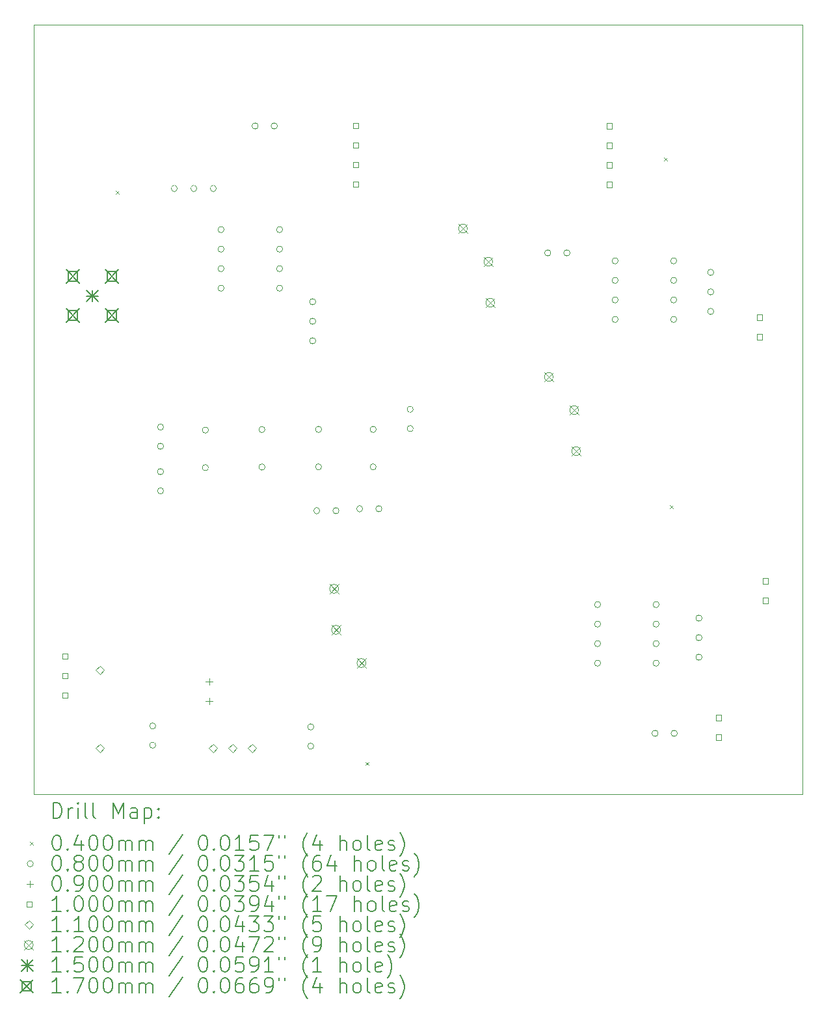
<source format=gbr>
%TF.GenerationSoftware,KiCad,Pcbnew,(6.0.7)*%
%TF.CreationDate,2022-09-22T17:08:06-04:00*%
%TF.ProjectId,Receiver_POC,52656365-6976-4657-925f-504f432e6b69,rev?*%
%TF.SameCoordinates,Original*%
%TF.FileFunction,Drillmap*%
%TF.FilePolarity,Positive*%
%FSLAX45Y45*%
G04 Gerber Fmt 4.5, Leading zero omitted, Abs format (unit mm)*
G04 Created by KiCad (PCBNEW (6.0.7)) date 2022-09-22 17:08:06*
%MOMM*%
%LPD*%
G01*
G04 APERTURE LIST*
%ADD10C,0.100000*%
%ADD11C,0.200000*%
%ADD12C,0.040000*%
%ADD13C,0.080000*%
%ADD14C,0.090000*%
%ADD15C,0.110000*%
%ADD16C,0.120000*%
%ADD17C,0.150000*%
%ADD18C,0.170000*%
G04 APERTURE END LIST*
D10*
X2463800Y-1803400D02*
X12471400Y-1803400D01*
X12471400Y-1803400D02*
X12471400Y-11811000D01*
X12471400Y-11811000D02*
X2463800Y-11811000D01*
X2463800Y-11811000D02*
X2463800Y-1803400D01*
D11*
D12*
X3536000Y-3967800D02*
X3576000Y-4007800D01*
X3576000Y-3967800D02*
X3536000Y-4007800D01*
X6787200Y-11398265D02*
X6827200Y-11438265D01*
X6827200Y-11398265D02*
X6787200Y-11438265D01*
X10673400Y-3536000D02*
X10713400Y-3576000D01*
X10713400Y-3536000D02*
X10673400Y-3576000D01*
X10749600Y-8057200D02*
X10789600Y-8097200D01*
X10789600Y-8057200D02*
X10749600Y-8097200D01*
D13*
X4053200Y-10927935D02*
G75*
G03*
X4053200Y-10927935I-40000J0D01*
G01*
X4053200Y-11177935D02*
G75*
G03*
X4053200Y-11177935I-40000J0D01*
G01*
X4154800Y-7039800D02*
G75*
G03*
X4154800Y-7039800I-40000J0D01*
G01*
X4154800Y-7289800D02*
G75*
G03*
X4154800Y-7289800I-40000J0D01*
G01*
X4154800Y-7620000D02*
G75*
G03*
X4154800Y-7620000I-40000J0D01*
G01*
X4154800Y-7870000D02*
G75*
G03*
X4154800Y-7870000I-40000J0D01*
G01*
X4333600Y-3937000D02*
G75*
G03*
X4333600Y-3937000I-40000J0D01*
G01*
X4587600Y-3937000D02*
G75*
G03*
X4587600Y-3937000I-40000J0D01*
G01*
X4739000Y-7079200D02*
G75*
G03*
X4739000Y-7079200I-40000J0D01*
G01*
X4739000Y-7567200D02*
G75*
G03*
X4739000Y-7567200I-40000J0D01*
G01*
X4841600Y-3937000D02*
G75*
G03*
X4841600Y-3937000I-40000J0D01*
G01*
X4943200Y-4471400D02*
G75*
G03*
X4943200Y-4471400I-40000J0D01*
G01*
X4943200Y-4725400D02*
G75*
G03*
X4943200Y-4725400I-40000J0D01*
G01*
X4943200Y-4979400D02*
G75*
G03*
X4943200Y-4979400I-40000J0D01*
G01*
X4943200Y-5233400D02*
G75*
G03*
X4943200Y-5233400I-40000J0D01*
G01*
X5385730Y-3124200D02*
G75*
G03*
X5385730Y-3124200I-40000J0D01*
G01*
X5475600Y-7072200D02*
G75*
G03*
X5475600Y-7072200I-40000J0D01*
G01*
X5475600Y-7560200D02*
G75*
G03*
X5475600Y-7560200I-40000J0D01*
G01*
X5635730Y-3124200D02*
G75*
G03*
X5635730Y-3124200I-40000J0D01*
G01*
X5705200Y-4471400D02*
G75*
G03*
X5705200Y-4471400I-40000J0D01*
G01*
X5705200Y-4725400D02*
G75*
G03*
X5705200Y-4725400I-40000J0D01*
G01*
X5705200Y-4979400D02*
G75*
G03*
X5705200Y-4979400I-40000J0D01*
G01*
X5705200Y-5233400D02*
G75*
G03*
X5705200Y-5233400I-40000J0D01*
G01*
X6110600Y-10939665D02*
G75*
G03*
X6110600Y-10939665I-40000J0D01*
G01*
X6110600Y-11189665D02*
G75*
G03*
X6110600Y-11189665I-40000J0D01*
G01*
X6136000Y-5410200D02*
G75*
G03*
X6136000Y-5410200I-40000J0D01*
G01*
X6136000Y-5664200D02*
G75*
G03*
X6136000Y-5664200I-40000J0D01*
G01*
X6136000Y-5918200D02*
G75*
G03*
X6136000Y-5918200I-40000J0D01*
G01*
X6188800Y-8128000D02*
G75*
G03*
X6188800Y-8128000I-40000J0D01*
G01*
X6212200Y-7070200D02*
G75*
G03*
X6212200Y-7070200I-40000J0D01*
G01*
X6212200Y-7558200D02*
G75*
G03*
X6212200Y-7558200I-40000J0D01*
G01*
X6438800Y-8128000D02*
G75*
G03*
X6438800Y-8128000I-40000J0D01*
G01*
X6747600Y-8102600D02*
G75*
G03*
X6747600Y-8102600I-40000J0D01*
G01*
X6923400Y-7070200D02*
G75*
G03*
X6923400Y-7070200I-40000J0D01*
G01*
X6923400Y-7558200D02*
G75*
G03*
X6923400Y-7558200I-40000J0D01*
G01*
X6997600Y-8102600D02*
G75*
G03*
X6997600Y-8102600I-40000J0D01*
G01*
X7406000Y-6809200D02*
G75*
G03*
X7406000Y-6809200I-40000J0D01*
G01*
X7406000Y-7059200D02*
G75*
G03*
X7406000Y-7059200I-40000J0D01*
G01*
X9195730Y-4775200D02*
G75*
G03*
X9195730Y-4775200I-40000J0D01*
G01*
X9445730Y-4775200D02*
G75*
G03*
X9445730Y-4775200I-40000J0D01*
G01*
X9845400Y-9348200D02*
G75*
G03*
X9845400Y-9348200I-40000J0D01*
G01*
X9845400Y-9602200D02*
G75*
G03*
X9845400Y-9602200I-40000J0D01*
G01*
X9845400Y-9856200D02*
G75*
G03*
X9845400Y-9856200I-40000J0D01*
G01*
X9845400Y-10110200D02*
G75*
G03*
X9845400Y-10110200I-40000J0D01*
G01*
X10074000Y-4877800D02*
G75*
G03*
X10074000Y-4877800I-40000J0D01*
G01*
X10074000Y-5131800D02*
G75*
G03*
X10074000Y-5131800I-40000J0D01*
G01*
X10074000Y-5385800D02*
G75*
G03*
X10074000Y-5385800I-40000J0D01*
G01*
X10074000Y-5639800D02*
G75*
G03*
X10074000Y-5639800I-40000J0D01*
G01*
X10592730Y-11023600D02*
G75*
G03*
X10592730Y-11023600I-40000J0D01*
G01*
X10607400Y-9348200D02*
G75*
G03*
X10607400Y-9348200I-40000J0D01*
G01*
X10607400Y-9602200D02*
G75*
G03*
X10607400Y-9602200I-40000J0D01*
G01*
X10607400Y-9856200D02*
G75*
G03*
X10607400Y-9856200I-40000J0D01*
G01*
X10607400Y-10110200D02*
G75*
G03*
X10607400Y-10110200I-40000J0D01*
G01*
X10836000Y-4877800D02*
G75*
G03*
X10836000Y-4877800I-40000J0D01*
G01*
X10836000Y-5131800D02*
G75*
G03*
X10836000Y-5131800I-40000J0D01*
G01*
X10836000Y-5385800D02*
G75*
G03*
X10836000Y-5385800I-40000J0D01*
G01*
X10836000Y-5639800D02*
G75*
G03*
X10836000Y-5639800I-40000J0D01*
G01*
X10842730Y-11023600D02*
G75*
G03*
X10842730Y-11023600I-40000J0D01*
G01*
X11165200Y-9525000D02*
G75*
G03*
X11165200Y-9525000I-40000J0D01*
G01*
X11165200Y-9779000D02*
G75*
G03*
X11165200Y-9779000I-40000J0D01*
G01*
X11165200Y-10033000D02*
G75*
G03*
X11165200Y-10033000I-40000J0D01*
G01*
X11317600Y-5028200D02*
G75*
G03*
X11317600Y-5028200I-40000J0D01*
G01*
X11317600Y-5282200D02*
G75*
G03*
X11317600Y-5282200I-40000J0D01*
G01*
X11317600Y-5536200D02*
G75*
G03*
X11317600Y-5536200I-40000J0D01*
G01*
D14*
X4749800Y-10305965D02*
X4749800Y-10395965D01*
X4704800Y-10350965D02*
X4794800Y-10350965D01*
X4749800Y-10559965D02*
X4749800Y-10649965D01*
X4704800Y-10604965D02*
X4794800Y-10604965D01*
D10*
X2905556Y-10056621D02*
X2905556Y-9985909D01*
X2834844Y-9985909D01*
X2834844Y-10056621D01*
X2905556Y-10056621D01*
X2905556Y-10310621D02*
X2905556Y-10239909D01*
X2834844Y-10239909D01*
X2834844Y-10310621D01*
X2905556Y-10310621D01*
X2905556Y-10564621D02*
X2905556Y-10493909D01*
X2834844Y-10493909D01*
X2834844Y-10564621D01*
X2905556Y-10564621D01*
X6690156Y-3154956D02*
X6690156Y-3084244D01*
X6619444Y-3084244D01*
X6619444Y-3154956D01*
X6690156Y-3154956D01*
X6690156Y-3408956D02*
X6690156Y-3338244D01*
X6619444Y-3338244D01*
X6619444Y-3408956D01*
X6690156Y-3408956D01*
X6690156Y-3662956D02*
X6690156Y-3592244D01*
X6619444Y-3592244D01*
X6619444Y-3662956D01*
X6690156Y-3662956D01*
X6690156Y-3916956D02*
X6690156Y-3846244D01*
X6619444Y-3846244D01*
X6619444Y-3916956D01*
X6690156Y-3916956D01*
X9992156Y-3159556D02*
X9992156Y-3088844D01*
X9921444Y-3088844D01*
X9921444Y-3159556D01*
X9992156Y-3159556D01*
X9992156Y-3413556D02*
X9992156Y-3342844D01*
X9921444Y-3342844D01*
X9921444Y-3413556D01*
X9992156Y-3413556D01*
X9992156Y-3667556D02*
X9992156Y-3596844D01*
X9921444Y-3596844D01*
X9921444Y-3667556D01*
X9992156Y-3667556D01*
X9992156Y-3921556D02*
X9992156Y-3850844D01*
X9921444Y-3850844D01*
X9921444Y-3921556D01*
X9992156Y-3921556D01*
X11414556Y-10856256D02*
X11414556Y-10785544D01*
X11343844Y-10785544D01*
X11343844Y-10856256D01*
X11414556Y-10856256D01*
X11414556Y-11110256D02*
X11414556Y-11039544D01*
X11343844Y-11039544D01*
X11343844Y-11110256D01*
X11414556Y-11110256D01*
X11947956Y-5648756D02*
X11947956Y-5578044D01*
X11877244Y-5578044D01*
X11877244Y-5648756D01*
X11947956Y-5648756D01*
X11947956Y-5902756D02*
X11947956Y-5832044D01*
X11877244Y-5832044D01*
X11877244Y-5902756D01*
X11947956Y-5902756D01*
X12024156Y-9077756D02*
X12024156Y-9007044D01*
X11953444Y-9007044D01*
X11953444Y-9077756D01*
X12024156Y-9077756D01*
X12024156Y-9331756D02*
X12024156Y-9261044D01*
X11953444Y-9261044D01*
X11953444Y-9331756D01*
X12024156Y-9331756D01*
D15*
X3327400Y-10254065D02*
X3382400Y-10199065D01*
X3327400Y-10144065D01*
X3272400Y-10199065D01*
X3327400Y-10254065D01*
X3327400Y-11270065D02*
X3382400Y-11215065D01*
X3327400Y-11160065D01*
X3272400Y-11215065D01*
X3327400Y-11270065D01*
X4800600Y-11270065D02*
X4855600Y-11215065D01*
X4800600Y-11160065D01*
X4745600Y-11215065D01*
X4800600Y-11270065D01*
X5054600Y-11270065D02*
X5109600Y-11215065D01*
X5054600Y-11160065D01*
X4999600Y-11215065D01*
X5054600Y-11270065D01*
X5308600Y-11270065D02*
X5363600Y-11215065D01*
X5308600Y-11160065D01*
X5253600Y-11215065D01*
X5308600Y-11270065D01*
D16*
X6315400Y-9084000D02*
X6435400Y-9204000D01*
X6435400Y-9084000D02*
X6315400Y-9204000D01*
X6435400Y-9144000D02*
G75*
G03*
X6435400Y-9144000I-60000J0D01*
G01*
X6340800Y-9617400D02*
X6460800Y-9737400D01*
X6460800Y-9617400D02*
X6340800Y-9737400D01*
X6460800Y-9677400D02*
G75*
G03*
X6460800Y-9677400I-60000J0D01*
G01*
X6671000Y-10049200D02*
X6791000Y-10169200D01*
X6791000Y-10049200D02*
X6671000Y-10169200D01*
X6791000Y-10109200D02*
G75*
G03*
X6791000Y-10109200I-60000J0D01*
G01*
X7993200Y-4397700D02*
X8113200Y-4517700D01*
X8113200Y-4397700D02*
X7993200Y-4517700D01*
X8113200Y-4457700D02*
G75*
G03*
X8113200Y-4457700I-60000J0D01*
G01*
X8323400Y-4829500D02*
X8443400Y-4949500D01*
X8443400Y-4829500D02*
X8323400Y-4949500D01*
X8443400Y-4889500D02*
G75*
G03*
X8443400Y-4889500I-60000J0D01*
G01*
X8348800Y-5362900D02*
X8468800Y-5482900D01*
X8468800Y-5362900D02*
X8348800Y-5482900D01*
X8468800Y-5422900D02*
G75*
G03*
X8468800Y-5422900I-60000J0D01*
G01*
X9110800Y-6328100D02*
X9230800Y-6448100D01*
X9230800Y-6328100D02*
X9110800Y-6448100D01*
X9230800Y-6388100D02*
G75*
G03*
X9230800Y-6388100I-60000J0D01*
G01*
X9441000Y-6759900D02*
X9561000Y-6879900D01*
X9561000Y-6759900D02*
X9441000Y-6879900D01*
X9561000Y-6819900D02*
G75*
G03*
X9561000Y-6819900I-60000J0D01*
G01*
X9466400Y-7293300D02*
X9586400Y-7413300D01*
X9586400Y-7293300D02*
X9466400Y-7413300D01*
X9586400Y-7353300D02*
G75*
G03*
X9586400Y-7353300I-60000J0D01*
G01*
D17*
X3150800Y-5259000D02*
X3300800Y-5409000D01*
X3300800Y-5259000D02*
X3150800Y-5409000D01*
X3225800Y-5259000D02*
X3225800Y-5409000D01*
X3150800Y-5334000D02*
X3300800Y-5334000D01*
D18*
X2886800Y-4995000D02*
X3056800Y-5165000D01*
X3056800Y-4995000D02*
X2886800Y-5165000D01*
X3031905Y-5140105D02*
X3031905Y-5019895D01*
X2911695Y-5019895D01*
X2911695Y-5140105D01*
X3031905Y-5140105D01*
X2886800Y-5503000D02*
X3056800Y-5673000D01*
X3056800Y-5503000D02*
X2886800Y-5673000D01*
X3031905Y-5648105D02*
X3031905Y-5527895D01*
X2911695Y-5527895D01*
X2911695Y-5648105D01*
X3031905Y-5648105D01*
X3394800Y-4995000D02*
X3564800Y-5165000D01*
X3564800Y-4995000D02*
X3394800Y-5165000D01*
X3539905Y-5140105D02*
X3539905Y-5019895D01*
X3419695Y-5019895D01*
X3419695Y-5140105D01*
X3539905Y-5140105D01*
X3394800Y-5503000D02*
X3564800Y-5673000D01*
X3564800Y-5503000D02*
X3394800Y-5673000D01*
X3539905Y-5648105D02*
X3539905Y-5527895D01*
X3419695Y-5527895D01*
X3419695Y-5648105D01*
X3539905Y-5648105D01*
D11*
X2716419Y-12126476D02*
X2716419Y-11926476D01*
X2764038Y-11926476D01*
X2792610Y-11936000D01*
X2811657Y-11955048D01*
X2821181Y-11974095D01*
X2830705Y-12012190D01*
X2830705Y-12040762D01*
X2821181Y-12078857D01*
X2811657Y-12097905D01*
X2792610Y-12116952D01*
X2764038Y-12126476D01*
X2716419Y-12126476D01*
X2916419Y-12126476D02*
X2916419Y-11993143D01*
X2916419Y-12031238D02*
X2925943Y-12012190D01*
X2935467Y-12002667D01*
X2954514Y-11993143D01*
X2973562Y-11993143D01*
X3040228Y-12126476D02*
X3040228Y-11993143D01*
X3040228Y-11926476D02*
X3030705Y-11936000D01*
X3040228Y-11945524D01*
X3049752Y-11936000D01*
X3040228Y-11926476D01*
X3040228Y-11945524D01*
X3164038Y-12126476D02*
X3144990Y-12116952D01*
X3135467Y-12097905D01*
X3135467Y-11926476D01*
X3268800Y-12126476D02*
X3249752Y-12116952D01*
X3240228Y-12097905D01*
X3240228Y-11926476D01*
X3497371Y-12126476D02*
X3497371Y-11926476D01*
X3564038Y-12069333D01*
X3630705Y-11926476D01*
X3630705Y-12126476D01*
X3811657Y-12126476D02*
X3811657Y-12021714D01*
X3802133Y-12002667D01*
X3783086Y-11993143D01*
X3744990Y-11993143D01*
X3725943Y-12002667D01*
X3811657Y-12116952D02*
X3792609Y-12126476D01*
X3744990Y-12126476D01*
X3725943Y-12116952D01*
X3716419Y-12097905D01*
X3716419Y-12078857D01*
X3725943Y-12059809D01*
X3744990Y-12050286D01*
X3792609Y-12050286D01*
X3811657Y-12040762D01*
X3906895Y-11993143D02*
X3906895Y-12193143D01*
X3906895Y-12002667D02*
X3925943Y-11993143D01*
X3964038Y-11993143D01*
X3983086Y-12002667D01*
X3992609Y-12012190D01*
X4002133Y-12031238D01*
X4002133Y-12088381D01*
X3992609Y-12107428D01*
X3983086Y-12116952D01*
X3964038Y-12126476D01*
X3925943Y-12126476D01*
X3906895Y-12116952D01*
X4087848Y-12107428D02*
X4097371Y-12116952D01*
X4087848Y-12126476D01*
X4078324Y-12116952D01*
X4087848Y-12107428D01*
X4087848Y-12126476D01*
X4087848Y-12002667D02*
X4097371Y-12012190D01*
X4087848Y-12021714D01*
X4078324Y-12012190D01*
X4087848Y-12002667D01*
X4087848Y-12021714D01*
D12*
X2418800Y-12436000D02*
X2458800Y-12476000D01*
X2458800Y-12436000D02*
X2418800Y-12476000D01*
D11*
X2754514Y-12346476D02*
X2773562Y-12346476D01*
X2792610Y-12356000D01*
X2802133Y-12365524D01*
X2811657Y-12384571D01*
X2821181Y-12422667D01*
X2821181Y-12470286D01*
X2811657Y-12508381D01*
X2802133Y-12527428D01*
X2792610Y-12536952D01*
X2773562Y-12546476D01*
X2754514Y-12546476D01*
X2735467Y-12536952D01*
X2725943Y-12527428D01*
X2716419Y-12508381D01*
X2706895Y-12470286D01*
X2706895Y-12422667D01*
X2716419Y-12384571D01*
X2725943Y-12365524D01*
X2735467Y-12356000D01*
X2754514Y-12346476D01*
X2906895Y-12527428D02*
X2916419Y-12536952D01*
X2906895Y-12546476D01*
X2897371Y-12536952D01*
X2906895Y-12527428D01*
X2906895Y-12546476D01*
X3087848Y-12413143D02*
X3087848Y-12546476D01*
X3040228Y-12336952D02*
X2992609Y-12479809D01*
X3116419Y-12479809D01*
X3230705Y-12346476D02*
X3249752Y-12346476D01*
X3268800Y-12356000D01*
X3278324Y-12365524D01*
X3287848Y-12384571D01*
X3297371Y-12422667D01*
X3297371Y-12470286D01*
X3287848Y-12508381D01*
X3278324Y-12527428D01*
X3268800Y-12536952D01*
X3249752Y-12546476D01*
X3230705Y-12546476D01*
X3211657Y-12536952D01*
X3202133Y-12527428D01*
X3192609Y-12508381D01*
X3183086Y-12470286D01*
X3183086Y-12422667D01*
X3192609Y-12384571D01*
X3202133Y-12365524D01*
X3211657Y-12356000D01*
X3230705Y-12346476D01*
X3421181Y-12346476D02*
X3440228Y-12346476D01*
X3459276Y-12356000D01*
X3468800Y-12365524D01*
X3478324Y-12384571D01*
X3487848Y-12422667D01*
X3487848Y-12470286D01*
X3478324Y-12508381D01*
X3468800Y-12527428D01*
X3459276Y-12536952D01*
X3440228Y-12546476D01*
X3421181Y-12546476D01*
X3402133Y-12536952D01*
X3392609Y-12527428D01*
X3383086Y-12508381D01*
X3373562Y-12470286D01*
X3373562Y-12422667D01*
X3383086Y-12384571D01*
X3392609Y-12365524D01*
X3402133Y-12356000D01*
X3421181Y-12346476D01*
X3573562Y-12546476D02*
X3573562Y-12413143D01*
X3573562Y-12432190D02*
X3583086Y-12422667D01*
X3602133Y-12413143D01*
X3630705Y-12413143D01*
X3649752Y-12422667D01*
X3659276Y-12441714D01*
X3659276Y-12546476D01*
X3659276Y-12441714D02*
X3668800Y-12422667D01*
X3687848Y-12413143D01*
X3716419Y-12413143D01*
X3735467Y-12422667D01*
X3744990Y-12441714D01*
X3744990Y-12546476D01*
X3840228Y-12546476D02*
X3840228Y-12413143D01*
X3840228Y-12432190D02*
X3849752Y-12422667D01*
X3868800Y-12413143D01*
X3897371Y-12413143D01*
X3916419Y-12422667D01*
X3925943Y-12441714D01*
X3925943Y-12546476D01*
X3925943Y-12441714D02*
X3935467Y-12422667D01*
X3954514Y-12413143D01*
X3983086Y-12413143D01*
X4002133Y-12422667D01*
X4011657Y-12441714D01*
X4011657Y-12546476D01*
X4402133Y-12336952D02*
X4230705Y-12594095D01*
X4659276Y-12346476D02*
X4678324Y-12346476D01*
X4697371Y-12356000D01*
X4706895Y-12365524D01*
X4716419Y-12384571D01*
X4725943Y-12422667D01*
X4725943Y-12470286D01*
X4716419Y-12508381D01*
X4706895Y-12527428D01*
X4697371Y-12536952D01*
X4678324Y-12546476D01*
X4659276Y-12546476D01*
X4640229Y-12536952D01*
X4630705Y-12527428D01*
X4621181Y-12508381D01*
X4611657Y-12470286D01*
X4611657Y-12422667D01*
X4621181Y-12384571D01*
X4630705Y-12365524D01*
X4640229Y-12356000D01*
X4659276Y-12346476D01*
X4811657Y-12527428D02*
X4821181Y-12536952D01*
X4811657Y-12546476D01*
X4802133Y-12536952D01*
X4811657Y-12527428D01*
X4811657Y-12546476D01*
X4944990Y-12346476D02*
X4964038Y-12346476D01*
X4983086Y-12356000D01*
X4992610Y-12365524D01*
X5002133Y-12384571D01*
X5011657Y-12422667D01*
X5011657Y-12470286D01*
X5002133Y-12508381D01*
X4992610Y-12527428D01*
X4983086Y-12536952D01*
X4964038Y-12546476D01*
X4944990Y-12546476D01*
X4925943Y-12536952D01*
X4916419Y-12527428D01*
X4906895Y-12508381D01*
X4897371Y-12470286D01*
X4897371Y-12422667D01*
X4906895Y-12384571D01*
X4916419Y-12365524D01*
X4925943Y-12356000D01*
X4944990Y-12346476D01*
X5202133Y-12546476D02*
X5087848Y-12546476D01*
X5144990Y-12546476D02*
X5144990Y-12346476D01*
X5125943Y-12375048D01*
X5106895Y-12394095D01*
X5087848Y-12403619D01*
X5383086Y-12346476D02*
X5287848Y-12346476D01*
X5278324Y-12441714D01*
X5287848Y-12432190D01*
X5306895Y-12422667D01*
X5354514Y-12422667D01*
X5373562Y-12432190D01*
X5383086Y-12441714D01*
X5392610Y-12460762D01*
X5392610Y-12508381D01*
X5383086Y-12527428D01*
X5373562Y-12536952D01*
X5354514Y-12546476D01*
X5306895Y-12546476D01*
X5287848Y-12536952D01*
X5278324Y-12527428D01*
X5459276Y-12346476D02*
X5592609Y-12346476D01*
X5506895Y-12546476D01*
X5659276Y-12346476D02*
X5659276Y-12384571D01*
X5735467Y-12346476D02*
X5735467Y-12384571D01*
X6030705Y-12622667D02*
X6021181Y-12613143D01*
X6002133Y-12584571D01*
X5992609Y-12565524D01*
X5983086Y-12536952D01*
X5973562Y-12489333D01*
X5973562Y-12451238D01*
X5983086Y-12403619D01*
X5992609Y-12375048D01*
X6002133Y-12356000D01*
X6021181Y-12327428D01*
X6030705Y-12317905D01*
X6192609Y-12413143D02*
X6192609Y-12546476D01*
X6144990Y-12336952D02*
X6097371Y-12479809D01*
X6221181Y-12479809D01*
X6449752Y-12546476D02*
X6449752Y-12346476D01*
X6535467Y-12546476D02*
X6535467Y-12441714D01*
X6525943Y-12422667D01*
X6506895Y-12413143D01*
X6478324Y-12413143D01*
X6459276Y-12422667D01*
X6449752Y-12432190D01*
X6659276Y-12546476D02*
X6640228Y-12536952D01*
X6630705Y-12527428D01*
X6621181Y-12508381D01*
X6621181Y-12451238D01*
X6630705Y-12432190D01*
X6640228Y-12422667D01*
X6659276Y-12413143D01*
X6687848Y-12413143D01*
X6706895Y-12422667D01*
X6716419Y-12432190D01*
X6725943Y-12451238D01*
X6725943Y-12508381D01*
X6716419Y-12527428D01*
X6706895Y-12536952D01*
X6687848Y-12546476D01*
X6659276Y-12546476D01*
X6840228Y-12546476D02*
X6821181Y-12536952D01*
X6811657Y-12517905D01*
X6811657Y-12346476D01*
X6992609Y-12536952D02*
X6973562Y-12546476D01*
X6935467Y-12546476D01*
X6916419Y-12536952D01*
X6906895Y-12517905D01*
X6906895Y-12441714D01*
X6916419Y-12422667D01*
X6935467Y-12413143D01*
X6973562Y-12413143D01*
X6992609Y-12422667D01*
X7002133Y-12441714D01*
X7002133Y-12460762D01*
X6906895Y-12479809D01*
X7078324Y-12536952D02*
X7097371Y-12546476D01*
X7135467Y-12546476D01*
X7154514Y-12536952D01*
X7164038Y-12517905D01*
X7164038Y-12508381D01*
X7154514Y-12489333D01*
X7135467Y-12479809D01*
X7106895Y-12479809D01*
X7087848Y-12470286D01*
X7078324Y-12451238D01*
X7078324Y-12441714D01*
X7087848Y-12422667D01*
X7106895Y-12413143D01*
X7135467Y-12413143D01*
X7154514Y-12422667D01*
X7230705Y-12622667D02*
X7240228Y-12613143D01*
X7259276Y-12584571D01*
X7268800Y-12565524D01*
X7278324Y-12536952D01*
X7287848Y-12489333D01*
X7287848Y-12451238D01*
X7278324Y-12403619D01*
X7268800Y-12375048D01*
X7259276Y-12356000D01*
X7240228Y-12327428D01*
X7230705Y-12317905D01*
D13*
X2458800Y-12720000D02*
G75*
G03*
X2458800Y-12720000I-40000J0D01*
G01*
D11*
X2754514Y-12610476D02*
X2773562Y-12610476D01*
X2792610Y-12620000D01*
X2802133Y-12629524D01*
X2811657Y-12648571D01*
X2821181Y-12686667D01*
X2821181Y-12734286D01*
X2811657Y-12772381D01*
X2802133Y-12791428D01*
X2792610Y-12800952D01*
X2773562Y-12810476D01*
X2754514Y-12810476D01*
X2735467Y-12800952D01*
X2725943Y-12791428D01*
X2716419Y-12772381D01*
X2706895Y-12734286D01*
X2706895Y-12686667D01*
X2716419Y-12648571D01*
X2725943Y-12629524D01*
X2735467Y-12620000D01*
X2754514Y-12610476D01*
X2906895Y-12791428D02*
X2916419Y-12800952D01*
X2906895Y-12810476D01*
X2897371Y-12800952D01*
X2906895Y-12791428D01*
X2906895Y-12810476D01*
X3030705Y-12696190D02*
X3011657Y-12686667D01*
X3002133Y-12677143D01*
X2992609Y-12658095D01*
X2992609Y-12648571D01*
X3002133Y-12629524D01*
X3011657Y-12620000D01*
X3030705Y-12610476D01*
X3068800Y-12610476D01*
X3087848Y-12620000D01*
X3097371Y-12629524D01*
X3106895Y-12648571D01*
X3106895Y-12658095D01*
X3097371Y-12677143D01*
X3087848Y-12686667D01*
X3068800Y-12696190D01*
X3030705Y-12696190D01*
X3011657Y-12705714D01*
X3002133Y-12715238D01*
X2992609Y-12734286D01*
X2992609Y-12772381D01*
X3002133Y-12791428D01*
X3011657Y-12800952D01*
X3030705Y-12810476D01*
X3068800Y-12810476D01*
X3087848Y-12800952D01*
X3097371Y-12791428D01*
X3106895Y-12772381D01*
X3106895Y-12734286D01*
X3097371Y-12715238D01*
X3087848Y-12705714D01*
X3068800Y-12696190D01*
X3230705Y-12610476D02*
X3249752Y-12610476D01*
X3268800Y-12620000D01*
X3278324Y-12629524D01*
X3287848Y-12648571D01*
X3297371Y-12686667D01*
X3297371Y-12734286D01*
X3287848Y-12772381D01*
X3278324Y-12791428D01*
X3268800Y-12800952D01*
X3249752Y-12810476D01*
X3230705Y-12810476D01*
X3211657Y-12800952D01*
X3202133Y-12791428D01*
X3192609Y-12772381D01*
X3183086Y-12734286D01*
X3183086Y-12686667D01*
X3192609Y-12648571D01*
X3202133Y-12629524D01*
X3211657Y-12620000D01*
X3230705Y-12610476D01*
X3421181Y-12610476D02*
X3440228Y-12610476D01*
X3459276Y-12620000D01*
X3468800Y-12629524D01*
X3478324Y-12648571D01*
X3487848Y-12686667D01*
X3487848Y-12734286D01*
X3478324Y-12772381D01*
X3468800Y-12791428D01*
X3459276Y-12800952D01*
X3440228Y-12810476D01*
X3421181Y-12810476D01*
X3402133Y-12800952D01*
X3392609Y-12791428D01*
X3383086Y-12772381D01*
X3373562Y-12734286D01*
X3373562Y-12686667D01*
X3383086Y-12648571D01*
X3392609Y-12629524D01*
X3402133Y-12620000D01*
X3421181Y-12610476D01*
X3573562Y-12810476D02*
X3573562Y-12677143D01*
X3573562Y-12696190D02*
X3583086Y-12686667D01*
X3602133Y-12677143D01*
X3630705Y-12677143D01*
X3649752Y-12686667D01*
X3659276Y-12705714D01*
X3659276Y-12810476D01*
X3659276Y-12705714D02*
X3668800Y-12686667D01*
X3687848Y-12677143D01*
X3716419Y-12677143D01*
X3735467Y-12686667D01*
X3744990Y-12705714D01*
X3744990Y-12810476D01*
X3840228Y-12810476D02*
X3840228Y-12677143D01*
X3840228Y-12696190D02*
X3849752Y-12686667D01*
X3868800Y-12677143D01*
X3897371Y-12677143D01*
X3916419Y-12686667D01*
X3925943Y-12705714D01*
X3925943Y-12810476D01*
X3925943Y-12705714D02*
X3935467Y-12686667D01*
X3954514Y-12677143D01*
X3983086Y-12677143D01*
X4002133Y-12686667D01*
X4011657Y-12705714D01*
X4011657Y-12810476D01*
X4402133Y-12600952D02*
X4230705Y-12858095D01*
X4659276Y-12610476D02*
X4678324Y-12610476D01*
X4697371Y-12620000D01*
X4706895Y-12629524D01*
X4716419Y-12648571D01*
X4725943Y-12686667D01*
X4725943Y-12734286D01*
X4716419Y-12772381D01*
X4706895Y-12791428D01*
X4697371Y-12800952D01*
X4678324Y-12810476D01*
X4659276Y-12810476D01*
X4640229Y-12800952D01*
X4630705Y-12791428D01*
X4621181Y-12772381D01*
X4611657Y-12734286D01*
X4611657Y-12686667D01*
X4621181Y-12648571D01*
X4630705Y-12629524D01*
X4640229Y-12620000D01*
X4659276Y-12610476D01*
X4811657Y-12791428D02*
X4821181Y-12800952D01*
X4811657Y-12810476D01*
X4802133Y-12800952D01*
X4811657Y-12791428D01*
X4811657Y-12810476D01*
X4944990Y-12610476D02*
X4964038Y-12610476D01*
X4983086Y-12620000D01*
X4992610Y-12629524D01*
X5002133Y-12648571D01*
X5011657Y-12686667D01*
X5011657Y-12734286D01*
X5002133Y-12772381D01*
X4992610Y-12791428D01*
X4983086Y-12800952D01*
X4964038Y-12810476D01*
X4944990Y-12810476D01*
X4925943Y-12800952D01*
X4916419Y-12791428D01*
X4906895Y-12772381D01*
X4897371Y-12734286D01*
X4897371Y-12686667D01*
X4906895Y-12648571D01*
X4916419Y-12629524D01*
X4925943Y-12620000D01*
X4944990Y-12610476D01*
X5078324Y-12610476D02*
X5202133Y-12610476D01*
X5135467Y-12686667D01*
X5164038Y-12686667D01*
X5183086Y-12696190D01*
X5192610Y-12705714D01*
X5202133Y-12724762D01*
X5202133Y-12772381D01*
X5192610Y-12791428D01*
X5183086Y-12800952D01*
X5164038Y-12810476D01*
X5106895Y-12810476D01*
X5087848Y-12800952D01*
X5078324Y-12791428D01*
X5392610Y-12810476D02*
X5278324Y-12810476D01*
X5335467Y-12810476D02*
X5335467Y-12610476D01*
X5316419Y-12639048D01*
X5297371Y-12658095D01*
X5278324Y-12667619D01*
X5573562Y-12610476D02*
X5478324Y-12610476D01*
X5468800Y-12705714D01*
X5478324Y-12696190D01*
X5497371Y-12686667D01*
X5544990Y-12686667D01*
X5564038Y-12696190D01*
X5573562Y-12705714D01*
X5583086Y-12724762D01*
X5583086Y-12772381D01*
X5573562Y-12791428D01*
X5564038Y-12800952D01*
X5544990Y-12810476D01*
X5497371Y-12810476D01*
X5478324Y-12800952D01*
X5468800Y-12791428D01*
X5659276Y-12610476D02*
X5659276Y-12648571D01*
X5735467Y-12610476D02*
X5735467Y-12648571D01*
X6030705Y-12886667D02*
X6021181Y-12877143D01*
X6002133Y-12848571D01*
X5992609Y-12829524D01*
X5983086Y-12800952D01*
X5973562Y-12753333D01*
X5973562Y-12715238D01*
X5983086Y-12667619D01*
X5992609Y-12639048D01*
X6002133Y-12620000D01*
X6021181Y-12591428D01*
X6030705Y-12581905D01*
X6192609Y-12610476D02*
X6154514Y-12610476D01*
X6135467Y-12620000D01*
X6125943Y-12629524D01*
X6106895Y-12658095D01*
X6097371Y-12696190D01*
X6097371Y-12772381D01*
X6106895Y-12791428D01*
X6116419Y-12800952D01*
X6135467Y-12810476D01*
X6173562Y-12810476D01*
X6192609Y-12800952D01*
X6202133Y-12791428D01*
X6211657Y-12772381D01*
X6211657Y-12724762D01*
X6202133Y-12705714D01*
X6192609Y-12696190D01*
X6173562Y-12686667D01*
X6135467Y-12686667D01*
X6116419Y-12696190D01*
X6106895Y-12705714D01*
X6097371Y-12724762D01*
X6383086Y-12677143D02*
X6383086Y-12810476D01*
X6335467Y-12600952D02*
X6287848Y-12743809D01*
X6411657Y-12743809D01*
X6640228Y-12810476D02*
X6640228Y-12610476D01*
X6725943Y-12810476D02*
X6725943Y-12705714D01*
X6716419Y-12686667D01*
X6697371Y-12677143D01*
X6668800Y-12677143D01*
X6649752Y-12686667D01*
X6640228Y-12696190D01*
X6849752Y-12810476D02*
X6830705Y-12800952D01*
X6821181Y-12791428D01*
X6811657Y-12772381D01*
X6811657Y-12715238D01*
X6821181Y-12696190D01*
X6830705Y-12686667D01*
X6849752Y-12677143D01*
X6878324Y-12677143D01*
X6897371Y-12686667D01*
X6906895Y-12696190D01*
X6916419Y-12715238D01*
X6916419Y-12772381D01*
X6906895Y-12791428D01*
X6897371Y-12800952D01*
X6878324Y-12810476D01*
X6849752Y-12810476D01*
X7030705Y-12810476D02*
X7011657Y-12800952D01*
X7002133Y-12781905D01*
X7002133Y-12610476D01*
X7183086Y-12800952D02*
X7164038Y-12810476D01*
X7125943Y-12810476D01*
X7106895Y-12800952D01*
X7097371Y-12781905D01*
X7097371Y-12705714D01*
X7106895Y-12686667D01*
X7125943Y-12677143D01*
X7164038Y-12677143D01*
X7183086Y-12686667D01*
X7192609Y-12705714D01*
X7192609Y-12724762D01*
X7097371Y-12743809D01*
X7268800Y-12800952D02*
X7287848Y-12810476D01*
X7325943Y-12810476D01*
X7344990Y-12800952D01*
X7354514Y-12781905D01*
X7354514Y-12772381D01*
X7344990Y-12753333D01*
X7325943Y-12743809D01*
X7297371Y-12743809D01*
X7278324Y-12734286D01*
X7268800Y-12715238D01*
X7268800Y-12705714D01*
X7278324Y-12686667D01*
X7297371Y-12677143D01*
X7325943Y-12677143D01*
X7344990Y-12686667D01*
X7421181Y-12886667D02*
X7430705Y-12877143D01*
X7449752Y-12848571D01*
X7459276Y-12829524D01*
X7468800Y-12800952D01*
X7478324Y-12753333D01*
X7478324Y-12715238D01*
X7468800Y-12667619D01*
X7459276Y-12639048D01*
X7449752Y-12620000D01*
X7430705Y-12591428D01*
X7421181Y-12581905D01*
D14*
X2413800Y-12939000D02*
X2413800Y-13029000D01*
X2368800Y-12984000D02*
X2458800Y-12984000D01*
D11*
X2754514Y-12874476D02*
X2773562Y-12874476D01*
X2792610Y-12884000D01*
X2802133Y-12893524D01*
X2811657Y-12912571D01*
X2821181Y-12950667D01*
X2821181Y-12998286D01*
X2811657Y-13036381D01*
X2802133Y-13055428D01*
X2792610Y-13064952D01*
X2773562Y-13074476D01*
X2754514Y-13074476D01*
X2735467Y-13064952D01*
X2725943Y-13055428D01*
X2716419Y-13036381D01*
X2706895Y-12998286D01*
X2706895Y-12950667D01*
X2716419Y-12912571D01*
X2725943Y-12893524D01*
X2735467Y-12884000D01*
X2754514Y-12874476D01*
X2906895Y-13055428D02*
X2916419Y-13064952D01*
X2906895Y-13074476D01*
X2897371Y-13064952D01*
X2906895Y-13055428D01*
X2906895Y-13074476D01*
X3011657Y-13074476D02*
X3049752Y-13074476D01*
X3068800Y-13064952D01*
X3078324Y-13055428D01*
X3097371Y-13026857D01*
X3106895Y-12988762D01*
X3106895Y-12912571D01*
X3097371Y-12893524D01*
X3087848Y-12884000D01*
X3068800Y-12874476D01*
X3030705Y-12874476D01*
X3011657Y-12884000D01*
X3002133Y-12893524D01*
X2992609Y-12912571D01*
X2992609Y-12960190D01*
X3002133Y-12979238D01*
X3011657Y-12988762D01*
X3030705Y-12998286D01*
X3068800Y-12998286D01*
X3087848Y-12988762D01*
X3097371Y-12979238D01*
X3106895Y-12960190D01*
X3230705Y-12874476D02*
X3249752Y-12874476D01*
X3268800Y-12884000D01*
X3278324Y-12893524D01*
X3287848Y-12912571D01*
X3297371Y-12950667D01*
X3297371Y-12998286D01*
X3287848Y-13036381D01*
X3278324Y-13055428D01*
X3268800Y-13064952D01*
X3249752Y-13074476D01*
X3230705Y-13074476D01*
X3211657Y-13064952D01*
X3202133Y-13055428D01*
X3192609Y-13036381D01*
X3183086Y-12998286D01*
X3183086Y-12950667D01*
X3192609Y-12912571D01*
X3202133Y-12893524D01*
X3211657Y-12884000D01*
X3230705Y-12874476D01*
X3421181Y-12874476D02*
X3440228Y-12874476D01*
X3459276Y-12884000D01*
X3468800Y-12893524D01*
X3478324Y-12912571D01*
X3487848Y-12950667D01*
X3487848Y-12998286D01*
X3478324Y-13036381D01*
X3468800Y-13055428D01*
X3459276Y-13064952D01*
X3440228Y-13074476D01*
X3421181Y-13074476D01*
X3402133Y-13064952D01*
X3392609Y-13055428D01*
X3383086Y-13036381D01*
X3373562Y-12998286D01*
X3373562Y-12950667D01*
X3383086Y-12912571D01*
X3392609Y-12893524D01*
X3402133Y-12884000D01*
X3421181Y-12874476D01*
X3573562Y-13074476D02*
X3573562Y-12941143D01*
X3573562Y-12960190D02*
X3583086Y-12950667D01*
X3602133Y-12941143D01*
X3630705Y-12941143D01*
X3649752Y-12950667D01*
X3659276Y-12969714D01*
X3659276Y-13074476D01*
X3659276Y-12969714D02*
X3668800Y-12950667D01*
X3687848Y-12941143D01*
X3716419Y-12941143D01*
X3735467Y-12950667D01*
X3744990Y-12969714D01*
X3744990Y-13074476D01*
X3840228Y-13074476D02*
X3840228Y-12941143D01*
X3840228Y-12960190D02*
X3849752Y-12950667D01*
X3868800Y-12941143D01*
X3897371Y-12941143D01*
X3916419Y-12950667D01*
X3925943Y-12969714D01*
X3925943Y-13074476D01*
X3925943Y-12969714D02*
X3935467Y-12950667D01*
X3954514Y-12941143D01*
X3983086Y-12941143D01*
X4002133Y-12950667D01*
X4011657Y-12969714D01*
X4011657Y-13074476D01*
X4402133Y-12864952D02*
X4230705Y-13122095D01*
X4659276Y-12874476D02*
X4678324Y-12874476D01*
X4697371Y-12884000D01*
X4706895Y-12893524D01*
X4716419Y-12912571D01*
X4725943Y-12950667D01*
X4725943Y-12998286D01*
X4716419Y-13036381D01*
X4706895Y-13055428D01*
X4697371Y-13064952D01*
X4678324Y-13074476D01*
X4659276Y-13074476D01*
X4640229Y-13064952D01*
X4630705Y-13055428D01*
X4621181Y-13036381D01*
X4611657Y-12998286D01*
X4611657Y-12950667D01*
X4621181Y-12912571D01*
X4630705Y-12893524D01*
X4640229Y-12884000D01*
X4659276Y-12874476D01*
X4811657Y-13055428D02*
X4821181Y-13064952D01*
X4811657Y-13074476D01*
X4802133Y-13064952D01*
X4811657Y-13055428D01*
X4811657Y-13074476D01*
X4944990Y-12874476D02*
X4964038Y-12874476D01*
X4983086Y-12884000D01*
X4992610Y-12893524D01*
X5002133Y-12912571D01*
X5011657Y-12950667D01*
X5011657Y-12998286D01*
X5002133Y-13036381D01*
X4992610Y-13055428D01*
X4983086Y-13064952D01*
X4964038Y-13074476D01*
X4944990Y-13074476D01*
X4925943Y-13064952D01*
X4916419Y-13055428D01*
X4906895Y-13036381D01*
X4897371Y-12998286D01*
X4897371Y-12950667D01*
X4906895Y-12912571D01*
X4916419Y-12893524D01*
X4925943Y-12884000D01*
X4944990Y-12874476D01*
X5078324Y-12874476D02*
X5202133Y-12874476D01*
X5135467Y-12950667D01*
X5164038Y-12950667D01*
X5183086Y-12960190D01*
X5192610Y-12969714D01*
X5202133Y-12988762D01*
X5202133Y-13036381D01*
X5192610Y-13055428D01*
X5183086Y-13064952D01*
X5164038Y-13074476D01*
X5106895Y-13074476D01*
X5087848Y-13064952D01*
X5078324Y-13055428D01*
X5383086Y-12874476D02*
X5287848Y-12874476D01*
X5278324Y-12969714D01*
X5287848Y-12960190D01*
X5306895Y-12950667D01*
X5354514Y-12950667D01*
X5373562Y-12960190D01*
X5383086Y-12969714D01*
X5392610Y-12988762D01*
X5392610Y-13036381D01*
X5383086Y-13055428D01*
X5373562Y-13064952D01*
X5354514Y-13074476D01*
X5306895Y-13074476D01*
X5287848Y-13064952D01*
X5278324Y-13055428D01*
X5564038Y-12941143D02*
X5564038Y-13074476D01*
X5516419Y-12864952D02*
X5468800Y-13007809D01*
X5592609Y-13007809D01*
X5659276Y-12874476D02*
X5659276Y-12912571D01*
X5735467Y-12874476D02*
X5735467Y-12912571D01*
X6030705Y-13150667D02*
X6021181Y-13141143D01*
X6002133Y-13112571D01*
X5992609Y-13093524D01*
X5983086Y-13064952D01*
X5973562Y-13017333D01*
X5973562Y-12979238D01*
X5983086Y-12931619D01*
X5992609Y-12903048D01*
X6002133Y-12884000D01*
X6021181Y-12855428D01*
X6030705Y-12845905D01*
X6097371Y-12893524D02*
X6106895Y-12884000D01*
X6125943Y-12874476D01*
X6173562Y-12874476D01*
X6192609Y-12884000D01*
X6202133Y-12893524D01*
X6211657Y-12912571D01*
X6211657Y-12931619D01*
X6202133Y-12960190D01*
X6087848Y-13074476D01*
X6211657Y-13074476D01*
X6449752Y-13074476D02*
X6449752Y-12874476D01*
X6535467Y-13074476D02*
X6535467Y-12969714D01*
X6525943Y-12950667D01*
X6506895Y-12941143D01*
X6478324Y-12941143D01*
X6459276Y-12950667D01*
X6449752Y-12960190D01*
X6659276Y-13074476D02*
X6640228Y-13064952D01*
X6630705Y-13055428D01*
X6621181Y-13036381D01*
X6621181Y-12979238D01*
X6630705Y-12960190D01*
X6640228Y-12950667D01*
X6659276Y-12941143D01*
X6687848Y-12941143D01*
X6706895Y-12950667D01*
X6716419Y-12960190D01*
X6725943Y-12979238D01*
X6725943Y-13036381D01*
X6716419Y-13055428D01*
X6706895Y-13064952D01*
X6687848Y-13074476D01*
X6659276Y-13074476D01*
X6840228Y-13074476D02*
X6821181Y-13064952D01*
X6811657Y-13045905D01*
X6811657Y-12874476D01*
X6992609Y-13064952D02*
X6973562Y-13074476D01*
X6935467Y-13074476D01*
X6916419Y-13064952D01*
X6906895Y-13045905D01*
X6906895Y-12969714D01*
X6916419Y-12950667D01*
X6935467Y-12941143D01*
X6973562Y-12941143D01*
X6992609Y-12950667D01*
X7002133Y-12969714D01*
X7002133Y-12988762D01*
X6906895Y-13007809D01*
X7078324Y-13064952D02*
X7097371Y-13074476D01*
X7135467Y-13074476D01*
X7154514Y-13064952D01*
X7164038Y-13045905D01*
X7164038Y-13036381D01*
X7154514Y-13017333D01*
X7135467Y-13007809D01*
X7106895Y-13007809D01*
X7087848Y-12998286D01*
X7078324Y-12979238D01*
X7078324Y-12969714D01*
X7087848Y-12950667D01*
X7106895Y-12941143D01*
X7135467Y-12941143D01*
X7154514Y-12950667D01*
X7230705Y-13150667D02*
X7240228Y-13141143D01*
X7259276Y-13112571D01*
X7268800Y-13093524D01*
X7278324Y-13064952D01*
X7287848Y-13017333D01*
X7287848Y-12979238D01*
X7278324Y-12931619D01*
X7268800Y-12903048D01*
X7259276Y-12884000D01*
X7240228Y-12855428D01*
X7230705Y-12845905D01*
D10*
X2444156Y-13283356D02*
X2444156Y-13212644D01*
X2373444Y-13212644D01*
X2373444Y-13283356D01*
X2444156Y-13283356D01*
D11*
X2821181Y-13338476D02*
X2706895Y-13338476D01*
X2764038Y-13338476D02*
X2764038Y-13138476D01*
X2744990Y-13167048D01*
X2725943Y-13186095D01*
X2706895Y-13195619D01*
X2906895Y-13319428D02*
X2916419Y-13328952D01*
X2906895Y-13338476D01*
X2897371Y-13328952D01*
X2906895Y-13319428D01*
X2906895Y-13338476D01*
X3040228Y-13138476D02*
X3059276Y-13138476D01*
X3078324Y-13148000D01*
X3087848Y-13157524D01*
X3097371Y-13176571D01*
X3106895Y-13214667D01*
X3106895Y-13262286D01*
X3097371Y-13300381D01*
X3087848Y-13319428D01*
X3078324Y-13328952D01*
X3059276Y-13338476D01*
X3040228Y-13338476D01*
X3021181Y-13328952D01*
X3011657Y-13319428D01*
X3002133Y-13300381D01*
X2992609Y-13262286D01*
X2992609Y-13214667D01*
X3002133Y-13176571D01*
X3011657Y-13157524D01*
X3021181Y-13148000D01*
X3040228Y-13138476D01*
X3230705Y-13138476D02*
X3249752Y-13138476D01*
X3268800Y-13148000D01*
X3278324Y-13157524D01*
X3287848Y-13176571D01*
X3297371Y-13214667D01*
X3297371Y-13262286D01*
X3287848Y-13300381D01*
X3278324Y-13319428D01*
X3268800Y-13328952D01*
X3249752Y-13338476D01*
X3230705Y-13338476D01*
X3211657Y-13328952D01*
X3202133Y-13319428D01*
X3192609Y-13300381D01*
X3183086Y-13262286D01*
X3183086Y-13214667D01*
X3192609Y-13176571D01*
X3202133Y-13157524D01*
X3211657Y-13148000D01*
X3230705Y-13138476D01*
X3421181Y-13138476D02*
X3440228Y-13138476D01*
X3459276Y-13148000D01*
X3468800Y-13157524D01*
X3478324Y-13176571D01*
X3487848Y-13214667D01*
X3487848Y-13262286D01*
X3478324Y-13300381D01*
X3468800Y-13319428D01*
X3459276Y-13328952D01*
X3440228Y-13338476D01*
X3421181Y-13338476D01*
X3402133Y-13328952D01*
X3392609Y-13319428D01*
X3383086Y-13300381D01*
X3373562Y-13262286D01*
X3373562Y-13214667D01*
X3383086Y-13176571D01*
X3392609Y-13157524D01*
X3402133Y-13148000D01*
X3421181Y-13138476D01*
X3573562Y-13338476D02*
X3573562Y-13205143D01*
X3573562Y-13224190D02*
X3583086Y-13214667D01*
X3602133Y-13205143D01*
X3630705Y-13205143D01*
X3649752Y-13214667D01*
X3659276Y-13233714D01*
X3659276Y-13338476D01*
X3659276Y-13233714D02*
X3668800Y-13214667D01*
X3687848Y-13205143D01*
X3716419Y-13205143D01*
X3735467Y-13214667D01*
X3744990Y-13233714D01*
X3744990Y-13338476D01*
X3840228Y-13338476D02*
X3840228Y-13205143D01*
X3840228Y-13224190D02*
X3849752Y-13214667D01*
X3868800Y-13205143D01*
X3897371Y-13205143D01*
X3916419Y-13214667D01*
X3925943Y-13233714D01*
X3925943Y-13338476D01*
X3925943Y-13233714D02*
X3935467Y-13214667D01*
X3954514Y-13205143D01*
X3983086Y-13205143D01*
X4002133Y-13214667D01*
X4011657Y-13233714D01*
X4011657Y-13338476D01*
X4402133Y-13128952D02*
X4230705Y-13386095D01*
X4659276Y-13138476D02*
X4678324Y-13138476D01*
X4697371Y-13148000D01*
X4706895Y-13157524D01*
X4716419Y-13176571D01*
X4725943Y-13214667D01*
X4725943Y-13262286D01*
X4716419Y-13300381D01*
X4706895Y-13319428D01*
X4697371Y-13328952D01*
X4678324Y-13338476D01*
X4659276Y-13338476D01*
X4640229Y-13328952D01*
X4630705Y-13319428D01*
X4621181Y-13300381D01*
X4611657Y-13262286D01*
X4611657Y-13214667D01*
X4621181Y-13176571D01*
X4630705Y-13157524D01*
X4640229Y-13148000D01*
X4659276Y-13138476D01*
X4811657Y-13319428D02*
X4821181Y-13328952D01*
X4811657Y-13338476D01*
X4802133Y-13328952D01*
X4811657Y-13319428D01*
X4811657Y-13338476D01*
X4944990Y-13138476D02*
X4964038Y-13138476D01*
X4983086Y-13148000D01*
X4992610Y-13157524D01*
X5002133Y-13176571D01*
X5011657Y-13214667D01*
X5011657Y-13262286D01*
X5002133Y-13300381D01*
X4992610Y-13319428D01*
X4983086Y-13328952D01*
X4964038Y-13338476D01*
X4944990Y-13338476D01*
X4925943Y-13328952D01*
X4916419Y-13319428D01*
X4906895Y-13300381D01*
X4897371Y-13262286D01*
X4897371Y-13214667D01*
X4906895Y-13176571D01*
X4916419Y-13157524D01*
X4925943Y-13148000D01*
X4944990Y-13138476D01*
X5078324Y-13138476D02*
X5202133Y-13138476D01*
X5135467Y-13214667D01*
X5164038Y-13214667D01*
X5183086Y-13224190D01*
X5192610Y-13233714D01*
X5202133Y-13252762D01*
X5202133Y-13300381D01*
X5192610Y-13319428D01*
X5183086Y-13328952D01*
X5164038Y-13338476D01*
X5106895Y-13338476D01*
X5087848Y-13328952D01*
X5078324Y-13319428D01*
X5297371Y-13338476D02*
X5335467Y-13338476D01*
X5354514Y-13328952D01*
X5364038Y-13319428D01*
X5383086Y-13290857D01*
X5392610Y-13252762D01*
X5392610Y-13176571D01*
X5383086Y-13157524D01*
X5373562Y-13148000D01*
X5354514Y-13138476D01*
X5316419Y-13138476D01*
X5297371Y-13148000D01*
X5287848Y-13157524D01*
X5278324Y-13176571D01*
X5278324Y-13224190D01*
X5287848Y-13243238D01*
X5297371Y-13252762D01*
X5316419Y-13262286D01*
X5354514Y-13262286D01*
X5373562Y-13252762D01*
X5383086Y-13243238D01*
X5392610Y-13224190D01*
X5564038Y-13205143D02*
X5564038Y-13338476D01*
X5516419Y-13128952D02*
X5468800Y-13271809D01*
X5592609Y-13271809D01*
X5659276Y-13138476D02*
X5659276Y-13176571D01*
X5735467Y-13138476D02*
X5735467Y-13176571D01*
X6030705Y-13414667D02*
X6021181Y-13405143D01*
X6002133Y-13376571D01*
X5992609Y-13357524D01*
X5983086Y-13328952D01*
X5973562Y-13281333D01*
X5973562Y-13243238D01*
X5983086Y-13195619D01*
X5992609Y-13167048D01*
X6002133Y-13148000D01*
X6021181Y-13119428D01*
X6030705Y-13109905D01*
X6211657Y-13338476D02*
X6097371Y-13338476D01*
X6154514Y-13338476D02*
X6154514Y-13138476D01*
X6135467Y-13167048D01*
X6116419Y-13186095D01*
X6097371Y-13195619D01*
X6278324Y-13138476D02*
X6411657Y-13138476D01*
X6325943Y-13338476D01*
X6640228Y-13338476D02*
X6640228Y-13138476D01*
X6725943Y-13338476D02*
X6725943Y-13233714D01*
X6716419Y-13214667D01*
X6697371Y-13205143D01*
X6668800Y-13205143D01*
X6649752Y-13214667D01*
X6640228Y-13224190D01*
X6849752Y-13338476D02*
X6830705Y-13328952D01*
X6821181Y-13319428D01*
X6811657Y-13300381D01*
X6811657Y-13243238D01*
X6821181Y-13224190D01*
X6830705Y-13214667D01*
X6849752Y-13205143D01*
X6878324Y-13205143D01*
X6897371Y-13214667D01*
X6906895Y-13224190D01*
X6916419Y-13243238D01*
X6916419Y-13300381D01*
X6906895Y-13319428D01*
X6897371Y-13328952D01*
X6878324Y-13338476D01*
X6849752Y-13338476D01*
X7030705Y-13338476D02*
X7011657Y-13328952D01*
X7002133Y-13309905D01*
X7002133Y-13138476D01*
X7183086Y-13328952D02*
X7164038Y-13338476D01*
X7125943Y-13338476D01*
X7106895Y-13328952D01*
X7097371Y-13309905D01*
X7097371Y-13233714D01*
X7106895Y-13214667D01*
X7125943Y-13205143D01*
X7164038Y-13205143D01*
X7183086Y-13214667D01*
X7192609Y-13233714D01*
X7192609Y-13252762D01*
X7097371Y-13271809D01*
X7268800Y-13328952D02*
X7287848Y-13338476D01*
X7325943Y-13338476D01*
X7344990Y-13328952D01*
X7354514Y-13309905D01*
X7354514Y-13300381D01*
X7344990Y-13281333D01*
X7325943Y-13271809D01*
X7297371Y-13271809D01*
X7278324Y-13262286D01*
X7268800Y-13243238D01*
X7268800Y-13233714D01*
X7278324Y-13214667D01*
X7297371Y-13205143D01*
X7325943Y-13205143D01*
X7344990Y-13214667D01*
X7421181Y-13414667D02*
X7430705Y-13405143D01*
X7449752Y-13376571D01*
X7459276Y-13357524D01*
X7468800Y-13328952D01*
X7478324Y-13281333D01*
X7478324Y-13243238D01*
X7468800Y-13195619D01*
X7459276Y-13167048D01*
X7449752Y-13148000D01*
X7430705Y-13119428D01*
X7421181Y-13109905D01*
D15*
X2403800Y-13567000D02*
X2458800Y-13512000D01*
X2403800Y-13457000D01*
X2348800Y-13512000D01*
X2403800Y-13567000D01*
D11*
X2821181Y-13602476D02*
X2706895Y-13602476D01*
X2764038Y-13602476D02*
X2764038Y-13402476D01*
X2744990Y-13431048D01*
X2725943Y-13450095D01*
X2706895Y-13459619D01*
X2906895Y-13583428D02*
X2916419Y-13592952D01*
X2906895Y-13602476D01*
X2897371Y-13592952D01*
X2906895Y-13583428D01*
X2906895Y-13602476D01*
X3106895Y-13602476D02*
X2992609Y-13602476D01*
X3049752Y-13602476D02*
X3049752Y-13402476D01*
X3030705Y-13431048D01*
X3011657Y-13450095D01*
X2992609Y-13459619D01*
X3230705Y-13402476D02*
X3249752Y-13402476D01*
X3268800Y-13412000D01*
X3278324Y-13421524D01*
X3287848Y-13440571D01*
X3297371Y-13478667D01*
X3297371Y-13526286D01*
X3287848Y-13564381D01*
X3278324Y-13583428D01*
X3268800Y-13592952D01*
X3249752Y-13602476D01*
X3230705Y-13602476D01*
X3211657Y-13592952D01*
X3202133Y-13583428D01*
X3192609Y-13564381D01*
X3183086Y-13526286D01*
X3183086Y-13478667D01*
X3192609Y-13440571D01*
X3202133Y-13421524D01*
X3211657Y-13412000D01*
X3230705Y-13402476D01*
X3421181Y-13402476D02*
X3440228Y-13402476D01*
X3459276Y-13412000D01*
X3468800Y-13421524D01*
X3478324Y-13440571D01*
X3487848Y-13478667D01*
X3487848Y-13526286D01*
X3478324Y-13564381D01*
X3468800Y-13583428D01*
X3459276Y-13592952D01*
X3440228Y-13602476D01*
X3421181Y-13602476D01*
X3402133Y-13592952D01*
X3392609Y-13583428D01*
X3383086Y-13564381D01*
X3373562Y-13526286D01*
X3373562Y-13478667D01*
X3383086Y-13440571D01*
X3392609Y-13421524D01*
X3402133Y-13412000D01*
X3421181Y-13402476D01*
X3573562Y-13602476D02*
X3573562Y-13469143D01*
X3573562Y-13488190D02*
X3583086Y-13478667D01*
X3602133Y-13469143D01*
X3630705Y-13469143D01*
X3649752Y-13478667D01*
X3659276Y-13497714D01*
X3659276Y-13602476D01*
X3659276Y-13497714D02*
X3668800Y-13478667D01*
X3687848Y-13469143D01*
X3716419Y-13469143D01*
X3735467Y-13478667D01*
X3744990Y-13497714D01*
X3744990Y-13602476D01*
X3840228Y-13602476D02*
X3840228Y-13469143D01*
X3840228Y-13488190D02*
X3849752Y-13478667D01*
X3868800Y-13469143D01*
X3897371Y-13469143D01*
X3916419Y-13478667D01*
X3925943Y-13497714D01*
X3925943Y-13602476D01*
X3925943Y-13497714D02*
X3935467Y-13478667D01*
X3954514Y-13469143D01*
X3983086Y-13469143D01*
X4002133Y-13478667D01*
X4011657Y-13497714D01*
X4011657Y-13602476D01*
X4402133Y-13392952D02*
X4230705Y-13650095D01*
X4659276Y-13402476D02*
X4678324Y-13402476D01*
X4697371Y-13412000D01*
X4706895Y-13421524D01*
X4716419Y-13440571D01*
X4725943Y-13478667D01*
X4725943Y-13526286D01*
X4716419Y-13564381D01*
X4706895Y-13583428D01*
X4697371Y-13592952D01*
X4678324Y-13602476D01*
X4659276Y-13602476D01*
X4640229Y-13592952D01*
X4630705Y-13583428D01*
X4621181Y-13564381D01*
X4611657Y-13526286D01*
X4611657Y-13478667D01*
X4621181Y-13440571D01*
X4630705Y-13421524D01*
X4640229Y-13412000D01*
X4659276Y-13402476D01*
X4811657Y-13583428D02*
X4821181Y-13592952D01*
X4811657Y-13602476D01*
X4802133Y-13592952D01*
X4811657Y-13583428D01*
X4811657Y-13602476D01*
X4944990Y-13402476D02*
X4964038Y-13402476D01*
X4983086Y-13412000D01*
X4992610Y-13421524D01*
X5002133Y-13440571D01*
X5011657Y-13478667D01*
X5011657Y-13526286D01*
X5002133Y-13564381D01*
X4992610Y-13583428D01*
X4983086Y-13592952D01*
X4964038Y-13602476D01*
X4944990Y-13602476D01*
X4925943Y-13592952D01*
X4916419Y-13583428D01*
X4906895Y-13564381D01*
X4897371Y-13526286D01*
X4897371Y-13478667D01*
X4906895Y-13440571D01*
X4916419Y-13421524D01*
X4925943Y-13412000D01*
X4944990Y-13402476D01*
X5183086Y-13469143D02*
X5183086Y-13602476D01*
X5135467Y-13392952D02*
X5087848Y-13535809D01*
X5211657Y-13535809D01*
X5268800Y-13402476D02*
X5392610Y-13402476D01*
X5325943Y-13478667D01*
X5354514Y-13478667D01*
X5373562Y-13488190D01*
X5383086Y-13497714D01*
X5392610Y-13516762D01*
X5392610Y-13564381D01*
X5383086Y-13583428D01*
X5373562Y-13592952D01*
X5354514Y-13602476D01*
X5297371Y-13602476D01*
X5278324Y-13592952D01*
X5268800Y-13583428D01*
X5459276Y-13402476D02*
X5583086Y-13402476D01*
X5516419Y-13478667D01*
X5544990Y-13478667D01*
X5564038Y-13488190D01*
X5573562Y-13497714D01*
X5583086Y-13516762D01*
X5583086Y-13564381D01*
X5573562Y-13583428D01*
X5564038Y-13592952D01*
X5544990Y-13602476D01*
X5487848Y-13602476D01*
X5468800Y-13592952D01*
X5459276Y-13583428D01*
X5659276Y-13402476D02*
X5659276Y-13440571D01*
X5735467Y-13402476D02*
X5735467Y-13440571D01*
X6030705Y-13678667D02*
X6021181Y-13669143D01*
X6002133Y-13640571D01*
X5992609Y-13621524D01*
X5983086Y-13592952D01*
X5973562Y-13545333D01*
X5973562Y-13507238D01*
X5983086Y-13459619D01*
X5992609Y-13431048D01*
X6002133Y-13412000D01*
X6021181Y-13383428D01*
X6030705Y-13373905D01*
X6202133Y-13402476D02*
X6106895Y-13402476D01*
X6097371Y-13497714D01*
X6106895Y-13488190D01*
X6125943Y-13478667D01*
X6173562Y-13478667D01*
X6192609Y-13488190D01*
X6202133Y-13497714D01*
X6211657Y-13516762D01*
X6211657Y-13564381D01*
X6202133Y-13583428D01*
X6192609Y-13592952D01*
X6173562Y-13602476D01*
X6125943Y-13602476D01*
X6106895Y-13592952D01*
X6097371Y-13583428D01*
X6449752Y-13602476D02*
X6449752Y-13402476D01*
X6535467Y-13602476D02*
X6535467Y-13497714D01*
X6525943Y-13478667D01*
X6506895Y-13469143D01*
X6478324Y-13469143D01*
X6459276Y-13478667D01*
X6449752Y-13488190D01*
X6659276Y-13602476D02*
X6640228Y-13592952D01*
X6630705Y-13583428D01*
X6621181Y-13564381D01*
X6621181Y-13507238D01*
X6630705Y-13488190D01*
X6640228Y-13478667D01*
X6659276Y-13469143D01*
X6687848Y-13469143D01*
X6706895Y-13478667D01*
X6716419Y-13488190D01*
X6725943Y-13507238D01*
X6725943Y-13564381D01*
X6716419Y-13583428D01*
X6706895Y-13592952D01*
X6687848Y-13602476D01*
X6659276Y-13602476D01*
X6840228Y-13602476D02*
X6821181Y-13592952D01*
X6811657Y-13573905D01*
X6811657Y-13402476D01*
X6992609Y-13592952D02*
X6973562Y-13602476D01*
X6935467Y-13602476D01*
X6916419Y-13592952D01*
X6906895Y-13573905D01*
X6906895Y-13497714D01*
X6916419Y-13478667D01*
X6935467Y-13469143D01*
X6973562Y-13469143D01*
X6992609Y-13478667D01*
X7002133Y-13497714D01*
X7002133Y-13516762D01*
X6906895Y-13535809D01*
X7078324Y-13592952D02*
X7097371Y-13602476D01*
X7135467Y-13602476D01*
X7154514Y-13592952D01*
X7164038Y-13573905D01*
X7164038Y-13564381D01*
X7154514Y-13545333D01*
X7135467Y-13535809D01*
X7106895Y-13535809D01*
X7087848Y-13526286D01*
X7078324Y-13507238D01*
X7078324Y-13497714D01*
X7087848Y-13478667D01*
X7106895Y-13469143D01*
X7135467Y-13469143D01*
X7154514Y-13478667D01*
X7230705Y-13678667D02*
X7240228Y-13669143D01*
X7259276Y-13640571D01*
X7268800Y-13621524D01*
X7278324Y-13592952D01*
X7287848Y-13545333D01*
X7287848Y-13507238D01*
X7278324Y-13459619D01*
X7268800Y-13431048D01*
X7259276Y-13412000D01*
X7240228Y-13383428D01*
X7230705Y-13373905D01*
D16*
X2338800Y-13716000D02*
X2458800Y-13836000D01*
X2458800Y-13716000D02*
X2338800Y-13836000D01*
X2458800Y-13776000D02*
G75*
G03*
X2458800Y-13776000I-60000J0D01*
G01*
D11*
X2821181Y-13866476D02*
X2706895Y-13866476D01*
X2764038Y-13866476D02*
X2764038Y-13666476D01*
X2744990Y-13695048D01*
X2725943Y-13714095D01*
X2706895Y-13723619D01*
X2906895Y-13847428D02*
X2916419Y-13856952D01*
X2906895Y-13866476D01*
X2897371Y-13856952D01*
X2906895Y-13847428D01*
X2906895Y-13866476D01*
X2992609Y-13685524D02*
X3002133Y-13676000D01*
X3021181Y-13666476D01*
X3068800Y-13666476D01*
X3087848Y-13676000D01*
X3097371Y-13685524D01*
X3106895Y-13704571D01*
X3106895Y-13723619D01*
X3097371Y-13752190D01*
X2983086Y-13866476D01*
X3106895Y-13866476D01*
X3230705Y-13666476D02*
X3249752Y-13666476D01*
X3268800Y-13676000D01*
X3278324Y-13685524D01*
X3287848Y-13704571D01*
X3297371Y-13742667D01*
X3297371Y-13790286D01*
X3287848Y-13828381D01*
X3278324Y-13847428D01*
X3268800Y-13856952D01*
X3249752Y-13866476D01*
X3230705Y-13866476D01*
X3211657Y-13856952D01*
X3202133Y-13847428D01*
X3192609Y-13828381D01*
X3183086Y-13790286D01*
X3183086Y-13742667D01*
X3192609Y-13704571D01*
X3202133Y-13685524D01*
X3211657Y-13676000D01*
X3230705Y-13666476D01*
X3421181Y-13666476D02*
X3440228Y-13666476D01*
X3459276Y-13676000D01*
X3468800Y-13685524D01*
X3478324Y-13704571D01*
X3487848Y-13742667D01*
X3487848Y-13790286D01*
X3478324Y-13828381D01*
X3468800Y-13847428D01*
X3459276Y-13856952D01*
X3440228Y-13866476D01*
X3421181Y-13866476D01*
X3402133Y-13856952D01*
X3392609Y-13847428D01*
X3383086Y-13828381D01*
X3373562Y-13790286D01*
X3373562Y-13742667D01*
X3383086Y-13704571D01*
X3392609Y-13685524D01*
X3402133Y-13676000D01*
X3421181Y-13666476D01*
X3573562Y-13866476D02*
X3573562Y-13733143D01*
X3573562Y-13752190D02*
X3583086Y-13742667D01*
X3602133Y-13733143D01*
X3630705Y-13733143D01*
X3649752Y-13742667D01*
X3659276Y-13761714D01*
X3659276Y-13866476D01*
X3659276Y-13761714D02*
X3668800Y-13742667D01*
X3687848Y-13733143D01*
X3716419Y-13733143D01*
X3735467Y-13742667D01*
X3744990Y-13761714D01*
X3744990Y-13866476D01*
X3840228Y-13866476D02*
X3840228Y-13733143D01*
X3840228Y-13752190D02*
X3849752Y-13742667D01*
X3868800Y-13733143D01*
X3897371Y-13733143D01*
X3916419Y-13742667D01*
X3925943Y-13761714D01*
X3925943Y-13866476D01*
X3925943Y-13761714D02*
X3935467Y-13742667D01*
X3954514Y-13733143D01*
X3983086Y-13733143D01*
X4002133Y-13742667D01*
X4011657Y-13761714D01*
X4011657Y-13866476D01*
X4402133Y-13656952D02*
X4230705Y-13914095D01*
X4659276Y-13666476D02*
X4678324Y-13666476D01*
X4697371Y-13676000D01*
X4706895Y-13685524D01*
X4716419Y-13704571D01*
X4725943Y-13742667D01*
X4725943Y-13790286D01*
X4716419Y-13828381D01*
X4706895Y-13847428D01*
X4697371Y-13856952D01*
X4678324Y-13866476D01*
X4659276Y-13866476D01*
X4640229Y-13856952D01*
X4630705Y-13847428D01*
X4621181Y-13828381D01*
X4611657Y-13790286D01*
X4611657Y-13742667D01*
X4621181Y-13704571D01*
X4630705Y-13685524D01*
X4640229Y-13676000D01*
X4659276Y-13666476D01*
X4811657Y-13847428D02*
X4821181Y-13856952D01*
X4811657Y-13866476D01*
X4802133Y-13856952D01*
X4811657Y-13847428D01*
X4811657Y-13866476D01*
X4944990Y-13666476D02*
X4964038Y-13666476D01*
X4983086Y-13676000D01*
X4992610Y-13685524D01*
X5002133Y-13704571D01*
X5011657Y-13742667D01*
X5011657Y-13790286D01*
X5002133Y-13828381D01*
X4992610Y-13847428D01*
X4983086Y-13856952D01*
X4964038Y-13866476D01*
X4944990Y-13866476D01*
X4925943Y-13856952D01*
X4916419Y-13847428D01*
X4906895Y-13828381D01*
X4897371Y-13790286D01*
X4897371Y-13742667D01*
X4906895Y-13704571D01*
X4916419Y-13685524D01*
X4925943Y-13676000D01*
X4944990Y-13666476D01*
X5183086Y-13733143D02*
X5183086Y-13866476D01*
X5135467Y-13656952D02*
X5087848Y-13799809D01*
X5211657Y-13799809D01*
X5268800Y-13666476D02*
X5402133Y-13666476D01*
X5316419Y-13866476D01*
X5468800Y-13685524D02*
X5478324Y-13676000D01*
X5497371Y-13666476D01*
X5544990Y-13666476D01*
X5564038Y-13676000D01*
X5573562Y-13685524D01*
X5583086Y-13704571D01*
X5583086Y-13723619D01*
X5573562Y-13752190D01*
X5459276Y-13866476D01*
X5583086Y-13866476D01*
X5659276Y-13666476D02*
X5659276Y-13704571D01*
X5735467Y-13666476D02*
X5735467Y-13704571D01*
X6030705Y-13942667D02*
X6021181Y-13933143D01*
X6002133Y-13904571D01*
X5992609Y-13885524D01*
X5983086Y-13856952D01*
X5973562Y-13809333D01*
X5973562Y-13771238D01*
X5983086Y-13723619D01*
X5992609Y-13695048D01*
X6002133Y-13676000D01*
X6021181Y-13647428D01*
X6030705Y-13637905D01*
X6116419Y-13866476D02*
X6154514Y-13866476D01*
X6173562Y-13856952D01*
X6183086Y-13847428D01*
X6202133Y-13818857D01*
X6211657Y-13780762D01*
X6211657Y-13704571D01*
X6202133Y-13685524D01*
X6192609Y-13676000D01*
X6173562Y-13666476D01*
X6135467Y-13666476D01*
X6116419Y-13676000D01*
X6106895Y-13685524D01*
X6097371Y-13704571D01*
X6097371Y-13752190D01*
X6106895Y-13771238D01*
X6116419Y-13780762D01*
X6135467Y-13790286D01*
X6173562Y-13790286D01*
X6192609Y-13780762D01*
X6202133Y-13771238D01*
X6211657Y-13752190D01*
X6449752Y-13866476D02*
X6449752Y-13666476D01*
X6535467Y-13866476D02*
X6535467Y-13761714D01*
X6525943Y-13742667D01*
X6506895Y-13733143D01*
X6478324Y-13733143D01*
X6459276Y-13742667D01*
X6449752Y-13752190D01*
X6659276Y-13866476D02*
X6640228Y-13856952D01*
X6630705Y-13847428D01*
X6621181Y-13828381D01*
X6621181Y-13771238D01*
X6630705Y-13752190D01*
X6640228Y-13742667D01*
X6659276Y-13733143D01*
X6687848Y-13733143D01*
X6706895Y-13742667D01*
X6716419Y-13752190D01*
X6725943Y-13771238D01*
X6725943Y-13828381D01*
X6716419Y-13847428D01*
X6706895Y-13856952D01*
X6687848Y-13866476D01*
X6659276Y-13866476D01*
X6840228Y-13866476D02*
X6821181Y-13856952D01*
X6811657Y-13837905D01*
X6811657Y-13666476D01*
X6992609Y-13856952D02*
X6973562Y-13866476D01*
X6935467Y-13866476D01*
X6916419Y-13856952D01*
X6906895Y-13837905D01*
X6906895Y-13761714D01*
X6916419Y-13742667D01*
X6935467Y-13733143D01*
X6973562Y-13733143D01*
X6992609Y-13742667D01*
X7002133Y-13761714D01*
X7002133Y-13780762D01*
X6906895Y-13799809D01*
X7078324Y-13856952D02*
X7097371Y-13866476D01*
X7135467Y-13866476D01*
X7154514Y-13856952D01*
X7164038Y-13837905D01*
X7164038Y-13828381D01*
X7154514Y-13809333D01*
X7135467Y-13799809D01*
X7106895Y-13799809D01*
X7087848Y-13790286D01*
X7078324Y-13771238D01*
X7078324Y-13761714D01*
X7087848Y-13742667D01*
X7106895Y-13733143D01*
X7135467Y-13733143D01*
X7154514Y-13742667D01*
X7230705Y-13942667D02*
X7240228Y-13933143D01*
X7259276Y-13904571D01*
X7268800Y-13885524D01*
X7278324Y-13856952D01*
X7287848Y-13809333D01*
X7287848Y-13771238D01*
X7278324Y-13723619D01*
X7268800Y-13695048D01*
X7259276Y-13676000D01*
X7240228Y-13647428D01*
X7230705Y-13637905D01*
D17*
X2308800Y-13965000D02*
X2458800Y-14115000D01*
X2458800Y-13965000D02*
X2308800Y-14115000D01*
X2383800Y-13965000D02*
X2383800Y-14115000D01*
X2308800Y-14040000D02*
X2458800Y-14040000D01*
D11*
X2821181Y-14130476D02*
X2706895Y-14130476D01*
X2764038Y-14130476D02*
X2764038Y-13930476D01*
X2744990Y-13959048D01*
X2725943Y-13978095D01*
X2706895Y-13987619D01*
X2906895Y-14111428D02*
X2916419Y-14120952D01*
X2906895Y-14130476D01*
X2897371Y-14120952D01*
X2906895Y-14111428D01*
X2906895Y-14130476D01*
X3097371Y-13930476D02*
X3002133Y-13930476D01*
X2992609Y-14025714D01*
X3002133Y-14016190D01*
X3021181Y-14006667D01*
X3068800Y-14006667D01*
X3087848Y-14016190D01*
X3097371Y-14025714D01*
X3106895Y-14044762D01*
X3106895Y-14092381D01*
X3097371Y-14111428D01*
X3087848Y-14120952D01*
X3068800Y-14130476D01*
X3021181Y-14130476D01*
X3002133Y-14120952D01*
X2992609Y-14111428D01*
X3230705Y-13930476D02*
X3249752Y-13930476D01*
X3268800Y-13940000D01*
X3278324Y-13949524D01*
X3287848Y-13968571D01*
X3297371Y-14006667D01*
X3297371Y-14054286D01*
X3287848Y-14092381D01*
X3278324Y-14111428D01*
X3268800Y-14120952D01*
X3249752Y-14130476D01*
X3230705Y-14130476D01*
X3211657Y-14120952D01*
X3202133Y-14111428D01*
X3192609Y-14092381D01*
X3183086Y-14054286D01*
X3183086Y-14006667D01*
X3192609Y-13968571D01*
X3202133Y-13949524D01*
X3211657Y-13940000D01*
X3230705Y-13930476D01*
X3421181Y-13930476D02*
X3440228Y-13930476D01*
X3459276Y-13940000D01*
X3468800Y-13949524D01*
X3478324Y-13968571D01*
X3487848Y-14006667D01*
X3487848Y-14054286D01*
X3478324Y-14092381D01*
X3468800Y-14111428D01*
X3459276Y-14120952D01*
X3440228Y-14130476D01*
X3421181Y-14130476D01*
X3402133Y-14120952D01*
X3392609Y-14111428D01*
X3383086Y-14092381D01*
X3373562Y-14054286D01*
X3373562Y-14006667D01*
X3383086Y-13968571D01*
X3392609Y-13949524D01*
X3402133Y-13940000D01*
X3421181Y-13930476D01*
X3573562Y-14130476D02*
X3573562Y-13997143D01*
X3573562Y-14016190D02*
X3583086Y-14006667D01*
X3602133Y-13997143D01*
X3630705Y-13997143D01*
X3649752Y-14006667D01*
X3659276Y-14025714D01*
X3659276Y-14130476D01*
X3659276Y-14025714D02*
X3668800Y-14006667D01*
X3687848Y-13997143D01*
X3716419Y-13997143D01*
X3735467Y-14006667D01*
X3744990Y-14025714D01*
X3744990Y-14130476D01*
X3840228Y-14130476D02*
X3840228Y-13997143D01*
X3840228Y-14016190D02*
X3849752Y-14006667D01*
X3868800Y-13997143D01*
X3897371Y-13997143D01*
X3916419Y-14006667D01*
X3925943Y-14025714D01*
X3925943Y-14130476D01*
X3925943Y-14025714D02*
X3935467Y-14006667D01*
X3954514Y-13997143D01*
X3983086Y-13997143D01*
X4002133Y-14006667D01*
X4011657Y-14025714D01*
X4011657Y-14130476D01*
X4402133Y-13920952D02*
X4230705Y-14178095D01*
X4659276Y-13930476D02*
X4678324Y-13930476D01*
X4697371Y-13940000D01*
X4706895Y-13949524D01*
X4716419Y-13968571D01*
X4725943Y-14006667D01*
X4725943Y-14054286D01*
X4716419Y-14092381D01*
X4706895Y-14111428D01*
X4697371Y-14120952D01*
X4678324Y-14130476D01*
X4659276Y-14130476D01*
X4640229Y-14120952D01*
X4630705Y-14111428D01*
X4621181Y-14092381D01*
X4611657Y-14054286D01*
X4611657Y-14006667D01*
X4621181Y-13968571D01*
X4630705Y-13949524D01*
X4640229Y-13940000D01*
X4659276Y-13930476D01*
X4811657Y-14111428D02*
X4821181Y-14120952D01*
X4811657Y-14130476D01*
X4802133Y-14120952D01*
X4811657Y-14111428D01*
X4811657Y-14130476D01*
X4944990Y-13930476D02*
X4964038Y-13930476D01*
X4983086Y-13940000D01*
X4992610Y-13949524D01*
X5002133Y-13968571D01*
X5011657Y-14006667D01*
X5011657Y-14054286D01*
X5002133Y-14092381D01*
X4992610Y-14111428D01*
X4983086Y-14120952D01*
X4964038Y-14130476D01*
X4944990Y-14130476D01*
X4925943Y-14120952D01*
X4916419Y-14111428D01*
X4906895Y-14092381D01*
X4897371Y-14054286D01*
X4897371Y-14006667D01*
X4906895Y-13968571D01*
X4916419Y-13949524D01*
X4925943Y-13940000D01*
X4944990Y-13930476D01*
X5192610Y-13930476D02*
X5097371Y-13930476D01*
X5087848Y-14025714D01*
X5097371Y-14016190D01*
X5116419Y-14006667D01*
X5164038Y-14006667D01*
X5183086Y-14016190D01*
X5192610Y-14025714D01*
X5202133Y-14044762D01*
X5202133Y-14092381D01*
X5192610Y-14111428D01*
X5183086Y-14120952D01*
X5164038Y-14130476D01*
X5116419Y-14130476D01*
X5097371Y-14120952D01*
X5087848Y-14111428D01*
X5297371Y-14130476D02*
X5335467Y-14130476D01*
X5354514Y-14120952D01*
X5364038Y-14111428D01*
X5383086Y-14082857D01*
X5392610Y-14044762D01*
X5392610Y-13968571D01*
X5383086Y-13949524D01*
X5373562Y-13940000D01*
X5354514Y-13930476D01*
X5316419Y-13930476D01*
X5297371Y-13940000D01*
X5287848Y-13949524D01*
X5278324Y-13968571D01*
X5278324Y-14016190D01*
X5287848Y-14035238D01*
X5297371Y-14044762D01*
X5316419Y-14054286D01*
X5354514Y-14054286D01*
X5373562Y-14044762D01*
X5383086Y-14035238D01*
X5392610Y-14016190D01*
X5583086Y-14130476D02*
X5468800Y-14130476D01*
X5525943Y-14130476D02*
X5525943Y-13930476D01*
X5506895Y-13959048D01*
X5487848Y-13978095D01*
X5468800Y-13987619D01*
X5659276Y-13930476D02*
X5659276Y-13968571D01*
X5735467Y-13930476D02*
X5735467Y-13968571D01*
X6030705Y-14206667D02*
X6021181Y-14197143D01*
X6002133Y-14168571D01*
X5992609Y-14149524D01*
X5983086Y-14120952D01*
X5973562Y-14073333D01*
X5973562Y-14035238D01*
X5983086Y-13987619D01*
X5992609Y-13959048D01*
X6002133Y-13940000D01*
X6021181Y-13911428D01*
X6030705Y-13901905D01*
X6211657Y-14130476D02*
X6097371Y-14130476D01*
X6154514Y-14130476D02*
X6154514Y-13930476D01*
X6135467Y-13959048D01*
X6116419Y-13978095D01*
X6097371Y-13987619D01*
X6449752Y-14130476D02*
X6449752Y-13930476D01*
X6535467Y-14130476D02*
X6535467Y-14025714D01*
X6525943Y-14006667D01*
X6506895Y-13997143D01*
X6478324Y-13997143D01*
X6459276Y-14006667D01*
X6449752Y-14016190D01*
X6659276Y-14130476D02*
X6640228Y-14120952D01*
X6630705Y-14111428D01*
X6621181Y-14092381D01*
X6621181Y-14035238D01*
X6630705Y-14016190D01*
X6640228Y-14006667D01*
X6659276Y-13997143D01*
X6687848Y-13997143D01*
X6706895Y-14006667D01*
X6716419Y-14016190D01*
X6725943Y-14035238D01*
X6725943Y-14092381D01*
X6716419Y-14111428D01*
X6706895Y-14120952D01*
X6687848Y-14130476D01*
X6659276Y-14130476D01*
X6840228Y-14130476D02*
X6821181Y-14120952D01*
X6811657Y-14101905D01*
X6811657Y-13930476D01*
X6992609Y-14120952D02*
X6973562Y-14130476D01*
X6935467Y-14130476D01*
X6916419Y-14120952D01*
X6906895Y-14101905D01*
X6906895Y-14025714D01*
X6916419Y-14006667D01*
X6935467Y-13997143D01*
X6973562Y-13997143D01*
X6992609Y-14006667D01*
X7002133Y-14025714D01*
X7002133Y-14044762D01*
X6906895Y-14063809D01*
X7068800Y-14206667D02*
X7078324Y-14197143D01*
X7097371Y-14168571D01*
X7106895Y-14149524D01*
X7116419Y-14120952D01*
X7125943Y-14073333D01*
X7125943Y-14035238D01*
X7116419Y-13987619D01*
X7106895Y-13959048D01*
X7097371Y-13940000D01*
X7078324Y-13911428D01*
X7068800Y-13901905D01*
D18*
X2288800Y-14225000D02*
X2458800Y-14395000D01*
X2458800Y-14225000D02*
X2288800Y-14395000D01*
X2433905Y-14370105D02*
X2433905Y-14249895D01*
X2313695Y-14249895D01*
X2313695Y-14370105D01*
X2433905Y-14370105D01*
D11*
X2821181Y-14400476D02*
X2706895Y-14400476D01*
X2764038Y-14400476D02*
X2764038Y-14200476D01*
X2744990Y-14229048D01*
X2725943Y-14248095D01*
X2706895Y-14257619D01*
X2906895Y-14381428D02*
X2916419Y-14390952D01*
X2906895Y-14400476D01*
X2897371Y-14390952D01*
X2906895Y-14381428D01*
X2906895Y-14400476D01*
X2983086Y-14200476D02*
X3116419Y-14200476D01*
X3030705Y-14400476D01*
X3230705Y-14200476D02*
X3249752Y-14200476D01*
X3268800Y-14210000D01*
X3278324Y-14219524D01*
X3287848Y-14238571D01*
X3297371Y-14276667D01*
X3297371Y-14324286D01*
X3287848Y-14362381D01*
X3278324Y-14381428D01*
X3268800Y-14390952D01*
X3249752Y-14400476D01*
X3230705Y-14400476D01*
X3211657Y-14390952D01*
X3202133Y-14381428D01*
X3192609Y-14362381D01*
X3183086Y-14324286D01*
X3183086Y-14276667D01*
X3192609Y-14238571D01*
X3202133Y-14219524D01*
X3211657Y-14210000D01*
X3230705Y-14200476D01*
X3421181Y-14200476D02*
X3440228Y-14200476D01*
X3459276Y-14210000D01*
X3468800Y-14219524D01*
X3478324Y-14238571D01*
X3487848Y-14276667D01*
X3487848Y-14324286D01*
X3478324Y-14362381D01*
X3468800Y-14381428D01*
X3459276Y-14390952D01*
X3440228Y-14400476D01*
X3421181Y-14400476D01*
X3402133Y-14390952D01*
X3392609Y-14381428D01*
X3383086Y-14362381D01*
X3373562Y-14324286D01*
X3373562Y-14276667D01*
X3383086Y-14238571D01*
X3392609Y-14219524D01*
X3402133Y-14210000D01*
X3421181Y-14200476D01*
X3573562Y-14400476D02*
X3573562Y-14267143D01*
X3573562Y-14286190D02*
X3583086Y-14276667D01*
X3602133Y-14267143D01*
X3630705Y-14267143D01*
X3649752Y-14276667D01*
X3659276Y-14295714D01*
X3659276Y-14400476D01*
X3659276Y-14295714D02*
X3668800Y-14276667D01*
X3687848Y-14267143D01*
X3716419Y-14267143D01*
X3735467Y-14276667D01*
X3744990Y-14295714D01*
X3744990Y-14400476D01*
X3840228Y-14400476D02*
X3840228Y-14267143D01*
X3840228Y-14286190D02*
X3849752Y-14276667D01*
X3868800Y-14267143D01*
X3897371Y-14267143D01*
X3916419Y-14276667D01*
X3925943Y-14295714D01*
X3925943Y-14400476D01*
X3925943Y-14295714D02*
X3935467Y-14276667D01*
X3954514Y-14267143D01*
X3983086Y-14267143D01*
X4002133Y-14276667D01*
X4011657Y-14295714D01*
X4011657Y-14400476D01*
X4402133Y-14190952D02*
X4230705Y-14448095D01*
X4659276Y-14200476D02*
X4678324Y-14200476D01*
X4697371Y-14210000D01*
X4706895Y-14219524D01*
X4716419Y-14238571D01*
X4725943Y-14276667D01*
X4725943Y-14324286D01*
X4716419Y-14362381D01*
X4706895Y-14381428D01*
X4697371Y-14390952D01*
X4678324Y-14400476D01*
X4659276Y-14400476D01*
X4640229Y-14390952D01*
X4630705Y-14381428D01*
X4621181Y-14362381D01*
X4611657Y-14324286D01*
X4611657Y-14276667D01*
X4621181Y-14238571D01*
X4630705Y-14219524D01*
X4640229Y-14210000D01*
X4659276Y-14200476D01*
X4811657Y-14381428D02*
X4821181Y-14390952D01*
X4811657Y-14400476D01*
X4802133Y-14390952D01*
X4811657Y-14381428D01*
X4811657Y-14400476D01*
X4944990Y-14200476D02*
X4964038Y-14200476D01*
X4983086Y-14210000D01*
X4992610Y-14219524D01*
X5002133Y-14238571D01*
X5011657Y-14276667D01*
X5011657Y-14324286D01*
X5002133Y-14362381D01*
X4992610Y-14381428D01*
X4983086Y-14390952D01*
X4964038Y-14400476D01*
X4944990Y-14400476D01*
X4925943Y-14390952D01*
X4916419Y-14381428D01*
X4906895Y-14362381D01*
X4897371Y-14324286D01*
X4897371Y-14276667D01*
X4906895Y-14238571D01*
X4916419Y-14219524D01*
X4925943Y-14210000D01*
X4944990Y-14200476D01*
X5183086Y-14200476D02*
X5144990Y-14200476D01*
X5125943Y-14210000D01*
X5116419Y-14219524D01*
X5097371Y-14248095D01*
X5087848Y-14286190D01*
X5087848Y-14362381D01*
X5097371Y-14381428D01*
X5106895Y-14390952D01*
X5125943Y-14400476D01*
X5164038Y-14400476D01*
X5183086Y-14390952D01*
X5192610Y-14381428D01*
X5202133Y-14362381D01*
X5202133Y-14314762D01*
X5192610Y-14295714D01*
X5183086Y-14286190D01*
X5164038Y-14276667D01*
X5125943Y-14276667D01*
X5106895Y-14286190D01*
X5097371Y-14295714D01*
X5087848Y-14314762D01*
X5373562Y-14200476D02*
X5335467Y-14200476D01*
X5316419Y-14210000D01*
X5306895Y-14219524D01*
X5287848Y-14248095D01*
X5278324Y-14286190D01*
X5278324Y-14362381D01*
X5287848Y-14381428D01*
X5297371Y-14390952D01*
X5316419Y-14400476D01*
X5354514Y-14400476D01*
X5373562Y-14390952D01*
X5383086Y-14381428D01*
X5392610Y-14362381D01*
X5392610Y-14314762D01*
X5383086Y-14295714D01*
X5373562Y-14286190D01*
X5354514Y-14276667D01*
X5316419Y-14276667D01*
X5297371Y-14286190D01*
X5287848Y-14295714D01*
X5278324Y-14314762D01*
X5487848Y-14400476D02*
X5525943Y-14400476D01*
X5544990Y-14390952D01*
X5554514Y-14381428D01*
X5573562Y-14352857D01*
X5583086Y-14314762D01*
X5583086Y-14238571D01*
X5573562Y-14219524D01*
X5564038Y-14210000D01*
X5544990Y-14200476D01*
X5506895Y-14200476D01*
X5487848Y-14210000D01*
X5478324Y-14219524D01*
X5468800Y-14238571D01*
X5468800Y-14286190D01*
X5478324Y-14305238D01*
X5487848Y-14314762D01*
X5506895Y-14324286D01*
X5544990Y-14324286D01*
X5564038Y-14314762D01*
X5573562Y-14305238D01*
X5583086Y-14286190D01*
X5659276Y-14200476D02*
X5659276Y-14238571D01*
X5735467Y-14200476D02*
X5735467Y-14238571D01*
X6030705Y-14476667D02*
X6021181Y-14467143D01*
X6002133Y-14438571D01*
X5992609Y-14419524D01*
X5983086Y-14390952D01*
X5973562Y-14343333D01*
X5973562Y-14305238D01*
X5983086Y-14257619D01*
X5992609Y-14229048D01*
X6002133Y-14210000D01*
X6021181Y-14181428D01*
X6030705Y-14171905D01*
X6192609Y-14267143D02*
X6192609Y-14400476D01*
X6144990Y-14190952D02*
X6097371Y-14333809D01*
X6221181Y-14333809D01*
X6449752Y-14400476D02*
X6449752Y-14200476D01*
X6535467Y-14400476D02*
X6535467Y-14295714D01*
X6525943Y-14276667D01*
X6506895Y-14267143D01*
X6478324Y-14267143D01*
X6459276Y-14276667D01*
X6449752Y-14286190D01*
X6659276Y-14400476D02*
X6640228Y-14390952D01*
X6630705Y-14381428D01*
X6621181Y-14362381D01*
X6621181Y-14305238D01*
X6630705Y-14286190D01*
X6640228Y-14276667D01*
X6659276Y-14267143D01*
X6687848Y-14267143D01*
X6706895Y-14276667D01*
X6716419Y-14286190D01*
X6725943Y-14305238D01*
X6725943Y-14362381D01*
X6716419Y-14381428D01*
X6706895Y-14390952D01*
X6687848Y-14400476D01*
X6659276Y-14400476D01*
X6840228Y-14400476D02*
X6821181Y-14390952D01*
X6811657Y-14371905D01*
X6811657Y-14200476D01*
X6992609Y-14390952D02*
X6973562Y-14400476D01*
X6935467Y-14400476D01*
X6916419Y-14390952D01*
X6906895Y-14371905D01*
X6906895Y-14295714D01*
X6916419Y-14276667D01*
X6935467Y-14267143D01*
X6973562Y-14267143D01*
X6992609Y-14276667D01*
X7002133Y-14295714D01*
X7002133Y-14314762D01*
X6906895Y-14333809D01*
X7078324Y-14390952D02*
X7097371Y-14400476D01*
X7135467Y-14400476D01*
X7154514Y-14390952D01*
X7164038Y-14371905D01*
X7164038Y-14362381D01*
X7154514Y-14343333D01*
X7135467Y-14333809D01*
X7106895Y-14333809D01*
X7087848Y-14324286D01*
X7078324Y-14305238D01*
X7078324Y-14295714D01*
X7087848Y-14276667D01*
X7106895Y-14267143D01*
X7135467Y-14267143D01*
X7154514Y-14276667D01*
X7230705Y-14476667D02*
X7240228Y-14467143D01*
X7259276Y-14438571D01*
X7268800Y-14419524D01*
X7278324Y-14390952D01*
X7287848Y-14343333D01*
X7287848Y-14305238D01*
X7278324Y-14257619D01*
X7268800Y-14229048D01*
X7259276Y-14210000D01*
X7240228Y-14181428D01*
X7230705Y-14171905D01*
M02*

</source>
